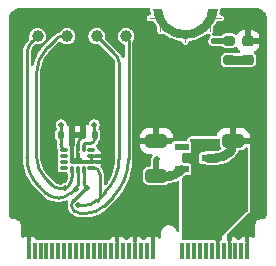
<source format=gbr>
%TF.GenerationSoftware,KiCad,Pcbnew,9.0.0*%
%TF.CreationDate,2025-05-23T15:56:35+04:00*%
%TF.ProjectId,02_01_sensor_IMU_LSM6DSO32,30325f30-315f-4736-956e-736f725f494d,rev?*%
%TF.SameCoordinates,Original*%
%TF.FileFunction,Copper,L1,Top*%
%TF.FilePolarity,Positive*%
%FSLAX46Y46*%
G04 Gerber Fmt 4.6, Leading zero omitted, Abs format (unit mm)*
G04 Created by KiCad (PCBNEW 9.0.0) date 2025-05-23 15:56:35*
%MOMM*%
%LPD*%
G01*
G04 APERTURE LIST*
G04 Aperture macros list*
%AMRoundRect*
0 Rectangle with rounded corners*
0 $1 Rounding radius*
0 $2 $3 $4 $5 $6 $7 $8 $9 X,Y pos of 4 corners*
0 Add a 4 corners polygon primitive as box body*
4,1,4,$2,$3,$4,$5,$6,$7,$8,$9,$2,$3,0*
0 Add four circle primitives for the rounded corners*
1,1,$1+$1,$2,$3*
1,1,$1+$1,$4,$5*
1,1,$1+$1,$6,$7*
1,1,$1+$1,$8,$9*
0 Add four rect primitives between the rounded corners*
20,1,$1+$1,$2,$3,$4,$5,0*
20,1,$1+$1,$4,$5,$6,$7,0*
20,1,$1+$1,$6,$7,$8,$9,0*
20,1,$1+$1,$8,$9,$2,$3,0*%
G04 Aperture macros list end*
%TA.AperFunction,EtchedComponent*%
%ADD10C,0.101600*%
%TD*%
%TA.AperFunction,EtchedComponent*%
%ADD11C,0.000000*%
%TD*%
%TA.AperFunction,SMDPad,CuDef*%
%ADD12R,0.350000X1.450000*%
%TD*%
%TA.AperFunction,ComponentPad*%
%ADD13C,0.454000*%
%TD*%
%TA.AperFunction,SMDPad,CuDef*%
%ADD14C,1.000000*%
%TD*%
%TA.AperFunction,SMDPad,CuDef*%
%ADD15RoundRect,0.250000X0.650000X-0.325000X0.650000X0.325000X-0.650000X0.325000X-0.650000X-0.325000X0*%
%TD*%
%TA.AperFunction,SMDPad,CuDef*%
%ADD16RoundRect,0.200000X-0.275000X0.200000X-0.275000X-0.200000X0.275000X-0.200000X0.275000X0.200000X0*%
%TD*%
%TA.AperFunction,SMDPad,CuDef*%
%ADD17RoundRect,0.140000X0.140000X0.170000X-0.140000X0.170000X-0.140000X-0.170000X0.140000X-0.170000X0*%
%TD*%
%TA.AperFunction,SMDPad,CuDef*%
%ADD18RoundRect,0.140000X-0.140000X-0.170000X0.140000X-0.170000X0.140000X0.170000X-0.140000X0.170000X0*%
%TD*%
%TA.AperFunction,SMDPad,CuDef*%
%ADD19R,1.200000X0.600000*%
%TD*%
%TA.AperFunction,SMDPad,CuDef*%
%ADD20RoundRect,0.218750X-0.256250X0.218750X-0.256250X-0.218750X0.256250X-0.218750X0.256250X0.218750X0*%
%TD*%
%TA.AperFunction,SMDPad,CuDef*%
%ADD21RoundRect,0.087500X0.225000X0.087500X-0.225000X0.087500X-0.225000X-0.087500X0.225000X-0.087500X0*%
%TD*%
%TA.AperFunction,SMDPad,CuDef*%
%ADD22RoundRect,0.087500X0.087500X0.225000X-0.087500X0.225000X-0.087500X-0.225000X0.087500X-0.225000X0*%
%TD*%
%TA.AperFunction,ViaPad*%
%ADD23C,0.500000*%
%TD*%
%TA.AperFunction,ViaPad*%
%ADD24C,0.700000*%
%TD*%
%TA.AperFunction,Conductor*%
%ADD25C,0.250000*%
%TD*%
%TA.AperFunction,Conductor*%
%ADD26C,0.750000*%
%TD*%
%TA.AperFunction,Conductor*%
%ADD27C,0.500000*%
%TD*%
%TA.AperFunction,Conductor*%
%ADD28C,0.350000*%
%TD*%
G04 APERTURE END LIST*
D10*
%TO.C,J1*%
X150401100Y-93275000D02*
X149501100Y-93275000D01*
X150401100Y-93275000D02*
X150401100Y-94375000D01*
X152501100Y-94575000D02*
X152501100Y-95275000D01*
X154601100Y-93275000D02*
X154601100Y-94375000D01*
X154601100Y-93275000D02*
X155501100Y-93275000D01*
D11*
%TA.AperFunction,EtchedComponent*%
G36*
X150589520Y-92813173D02*
G01*
X150672547Y-93091787D01*
X150798137Y-93353983D01*
X150963197Y-93593304D01*
X151163663Y-93803858D01*
X151394599Y-93980460D01*
X151650318Y-94118761D01*
X151924524Y-94215356D01*
X152501100Y-94275000D01*
X152791735Y-94267867D01*
X153077676Y-94215356D01*
X153351882Y-94118761D01*
X153607601Y-93980460D01*
X153838537Y-93803858D01*
X154039003Y-93593304D01*
X154204063Y-93353983D01*
X154329653Y-93091787D01*
X154451100Y-92525000D01*
X155251100Y-92525000D01*
X155188052Y-92888935D01*
X155077551Y-93241374D01*
X154921527Y-93576158D01*
X154722708Y-93887436D01*
X154484567Y-94169770D01*
X154211266Y-94418226D01*
X153907580Y-94628461D01*
X153578818Y-94796803D01*
X153230723Y-94920309D01*
X152869379Y-94996820D01*
X152501100Y-95025000D01*
X152131911Y-94999373D01*
X151769434Y-94924760D01*
X151420137Y-94802494D01*
X151090257Y-94634756D01*
X150785681Y-94424540D01*
X150511846Y-94175599D01*
X150273640Y-93892377D01*
X150075315Y-93579928D01*
X149920411Y-93243831D01*
X149751100Y-92525000D01*
X150551100Y-92525000D01*
X150589520Y-92813173D01*
G37*
%TD.AperFunction*%
%TD*%
D12*
%TO.P,J1,1,GND*%
%TO.N,GND*%
X157751100Y-113000000D03*
%TO.P,J1,3,USB_D+*%
%TO.N,/USB_D+*%
X157251100Y-113000000D03*
%TO.P,J1,5,USB_D-*%
%TO.N,/USB_D-*%
X156751100Y-113000000D03*
%TO.P,J1,7,GND*%
%TO.N,GND*%
X156251100Y-113000000D03*
%TO.P,J1,9,USB_VIN*%
%TO.N,/V_USB*%
X155751100Y-113000000D03*
%TO.P,J1,11,~{BOOT}*%
%TO.N,VIN*%
X155251100Y-113000000D03*
%TO.P,J1,13,RTS1*%
%TO.N,/UART_RTS1*%
X154751100Y-113000000D03*
%TO.P,J1,15,CTS1*%
%TO.N,/UART_CTS1*%
X154251100Y-113000000D03*
%TO.P,J1,17,TX1*%
%TO.N,LSM6DSO32TR_TX*%
X153751100Y-113000000D03*
%TO.P,J1,19,RX1*%
%TO.N,LSM6DSO32TR_RX*%
X153251100Y-113000000D03*
%TO.P,J1,21,SWDCK*%
%TO.N,/SWDCK*%
X152751100Y-113000000D03*
%TO.P,J1,23,SWDIO*%
%TO.N,/SWDIO*%
X152251100Y-113000000D03*
%TO.P,J1,33,GND*%
%TO.N,GND*%
X149751100Y-113000000D03*
%TO.P,J1,35,USBHOST_D+*%
%TO.N,/USBHOST_D+*%
X149251100Y-113000000D03*
%TO.P,J1,37,USBHOST_D-*%
%TO.N,/USBHOST_D-*%
X148751100Y-113000000D03*
%TO.P,J1,39,GND*%
%TO.N,GND*%
X148251100Y-113000000D03*
%TO.P,J1,41,CAN-RX*%
%TO.N,/CAN-RX*%
X147751100Y-113000000D03*
%TO.P,J1,43,CAN-TX*%
%TO.N,/CAN-TX*%
X147251100Y-113000000D03*
%TO.P,J1,45,GND*%
%TO.N,GND*%
X146751100Y-113000000D03*
%TO.P,J1,47,PWM1*%
%TO.N,/PWM1*%
X146251100Y-113000000D03*
%TO.P,J1,49,BATT_VIN/3*%
%TO.N,/BATT_VIN*%
X145751100Y-113000000D03*
%TO.P,J1,51,I2C_SDA1*%
%TO.N,/I2C_SDA1*%
X145251100Y-113000000D03*
%TO.P,J1,53,I2C_SCL1*%
%TO.N,/I2C_SCL1*%
X144751100Y-113000000D03*
%TO.P,J1,55,SPI_~{CS}*%
%TO.N,/~{SPI_CS}*%
X144251100Y-113000000D03*
%TO.P,J1,57,SPI_SCK*%
%TO.N,/SPI_SCK*%
X143751100Y-113000000D03*
%TO.P,J1,59,SPI_SDO*%
%TO.N,/SPI_COPI-LED_DAT*%
X143251100Y-113000000D03*
%TO.P,J1,61,SPI_SDI*%
%TO.N,/SPI_CIPO-LED_CLK*%
X142751100Y-113000000D03*
%TO.P,J1,63,G10/ADC_D+/CAM_VSYNC*%
%TO.N,/G10-CAM_VSYNC*%
X142251100Y-113000000D03*
%TO.P,J1,65,G9/ADC_D-/CAM_HSYNC*%
%TO.N,/G9-CAM_HSYNC*%
X141751100Y-113000000D03*
%TO.P,J1,67,G8*%
%TO.N,/G8*%
X141251100Y-113000000D03*
%TO.P,J1,69,G7/BUS7*%
%TO.N,/G7*%
X140751100Y-113000000D03*
%TO.P,J1,71,G6/BUS6*%
%TO.N,/G6*%
X140251100Y-113000000D03*
%TO.P,J1,73,G5/BUS5*%
%TO.N,/G5*%
X139751100Y-113000000D03*
%TO.P,J1,75,GND*%
%TO.N,GND*%
X139251100Y-113000000D03*
D13*
%TO.P,J1,GND1,GND*%
X150401100Y-93275000D03*
%TO.P,J1,GND2,GND*%
X152501100Y-94575000D03*
%TO.P,J1,GND3,GND*%
X154601100Y-93275000D03*
%TD*%
D14*
%TO.P,SCK1,1,1*%
%TO.N,LSM6DSO32TR_SCK*%
X140000000Y-94800000D03*
%TD*%
D15*
%TO.P,C3,1*%
%TO.N,VIN*%
X156562500Y-106625000D03*
%TO.P,C3,2*%
%TO.N,GND*%
X156562500Y-103675000D03*
%TD*%
D16*
%TO.P,R1,1*%
%TO.N,+3V3*%
X156200000Y-95175000D03*
%TO.P,R1,2*%
%TO.N,Net-(D1-A)*%
X156200000Y-96825000D03*
%TD*%
D17*
%TO.P,C2,1*%
%TO.N,+3V3*%
X144843897Y-103150000D03*
%TO.P,C2,2*%
%TO.N,GND*%
X143883897Y-103150000D03*
%TD*%
D18*
%TO.P,C1,1*%
%TO.N,+3V3*%
X141983897Y-103150000D03*
%TO.P,C1,2*%
%TO.N,GND*%
X142943897Y-103150000D03*
%TD*%
D14*
%TO.P,CS1,1,1*%
%TO.N,LSM6DSO32TR_CS*%
X142500000Y-94800000D03*
%TD*%
D15*
%TO.P,C4,1*%
%TO.N,+3V3*%
X150062500Y-106625000D03*
%TO.P,C4,2*%
%TO.N,GND*%
X150062500Y-103675000D03*
%TD*%
D14*
%TO.P,MOSI1,1,1*%
%TO.N,LSM6DSO32TR_MOSI*%
X147500000Y-94800000D03*
%TD*%
D19*
%TO.P,U2,1,VIN*%
%TO.N,VIN*%
X154510319Y-106082470D03*
%TO.P,U2,2,GND*%
%TO.N,GND*%
X154510319Y-105132508D03*
%TO.P,U2,3,EN*%
%TO.N,VIN*%
X154510319Y-104182546D03*
%TO.P,U2,4,NC*%
%TO.N,unconnected-(U2-NC-Pad4)*%
X152210345Y-104182546D03*
%TO.P,U2,5,VOUT*%
%TO.N,+3V3*%
X152210345Y-106082470D03*
%TD*%
D20*
%TO.P,D1,1,K*%
%TO.N,GND*%
X157800000Y-95212500D03*
%TO.P,D1,2,A*%
%TO.N,Net-(D1-A)*%
X157800000Y-96787500D03*
%TD*%
D21*
%TO.P,U1,1,SDO/SA0*%
%TO.N,LSM6DSO32TR_MISO*%
X144562500Y-105950000D03*
%TO.P,U1,2,SDx*%
%TO.N,GND*%
X144562500Y-105450000D03*
%TO.P,U1,3,SCx*%
X144562500Y-104950000D03*
%TO.P,U1,4,INT1*%
%TO.N,LSM6DSO32TR_INT1*%
X144562500Y-104450000D03*
D22*
%TO.P,U1,5,VDDIO*%
%TO.N,+3V3*%
X143900000Y-104287500D03*
%TO.P,U1,6,GND*%
%TO.N,GND*%
X143400000Y-104287500D03*
%TO.P,U1,7,GND*%
X142900000Y-104287500D03*
D21*
%TO.P,U1,8,VDD*%
%TO.N,+3V3*%
X142237500Y-104450000D03*
%TO.P,U1,9,INT2*%
%TO.N,LSM6DSO32TR_INT2*%
X142237500Y-104950000D03*
%TO.P,U1,10,NC*%
%TO.N,unconnected-(U1-NC-Pad10)*%
X142237500Y-105450000D03*
%TO.P,U1,11,NC*%
%TO.N,unconnected-(U1-NC-Pad11)*%
X142237500Y-105950000D03*
D22*
%TO.P,U1,12,CS*%
%TO.N,LSM6DSO32TR_CS*%
X142900000Y-106112500D03*
%TO.P,U1,13,SCL*%
%TO.N,LSM6DSO32TR_SCK*%
X143400000Y-106112500D03*
%TO.P,U1,14,SDA*%
%TO.N,LSM6DSO32TR_MOSI*%
X143900000Y-106112500D03*
%TD*%
D14*
%TO.P,MISO1,1,1*%
%TO.N,LSM6DSO32TR_MISO*%
X145000000Y-94800000D03*
%TD*%
D23*
%TO.N,LSM6DSO32TR_CS*%
X142357310Y-107693413D03*
D24*
%TO.N,GND*%
X149900000Y-99700000D03*
X147800000Y-110400000D03*
X146800000Y-110400000D03*
X151900000Y-101700000D03*
X157000000Y-100700000D03*
X149900000Y-100700000D03*
X149900000Y-101700000D03*
X148800000Y-108400000D03*
X150900000Y-101700000D03*
X147800000Y-109400000D03*
X157000000Y-99700000D03*
X156000000Y-99700000D03*
X148800000Y-110400000D03*
X157000000Y-101700000D03*
X148800000Y-109400000D03*
X156000000Y-100700000D03*
X150900000Y-100700000D03*
X155000000Y-99700000D03*
D23*
%TO.N,+3V3*%
X154900000Y-95200000D03*
X144800000Y-102300000D03*
X150100000Y-105200000D03*
X142000000Y-102300000D03*
%TO.N,LSM6DSO32TR_MISO*%
X143439604Y-109125707D03*
%TO.N,LSM6DSO32TR_SCK*%
X143232672Y-107704877D03*
%TO.N,LSM6DSO32TR_MOSI*%
X144200000Y-107700000D03*
%TD*%
D25*
%TO.N,LSM6DSO32TR_CS*%
X141925361Y-107700000D02*
X142346065Y-107700000D01*
X142357310Y-107693413D02*
X142354016Y-107696706D01*
X139900000Y-104968629D02*
X139900000Y-98043502D01*
X140850000Y-95750000D02*
X141552512Y-95047487D01*
X142900000Y-106766983D02*
X142900000Y-106212446D01*
X140700000Y-106900000D02*
X141199223Y-107399223D01*
X142150000Y-94800000D02*
X142500000Y-94800000D01*
X142357310Y-107693413D02*
X142628655Y-107422068D01*
X141925361Y-107700000D02*
G75*
G02*
X141199245Y-107399201I39J1026900D01*
G01*
X142628655Y-107422068D02*
G75*
G03*
X142899997Y-106766983I-655055J655068D01*
G01*
X140850000Y-95750000D02*
G75*
G03*
X139900001Y-98043502I2293500J-2293500D01*
G01*
X142354016Y-107696706D02*
G75*
G02*
X142346065Y-107699959I-7916J8006D01*
G01*
X142150000Y-94800000D02*
G75*
G03*
X141552507Y-95047482I0J-845000D01*
G01*
X140700000Y-106900000D02*
G75*
G02*
X139899988Y-104968629I1931400J1931400D01*
G01*
D26*
%TO.N,GND*%
X155111459Y-105100000D02*
X154437500Y-105100000D01*
X156137499Y-104674999D02*
X156359206Y-104453293D01*
D25*
X143757490Y-103276406D02*
X143631083Y-103402813D01*
X142900000Y-103224936D02*
X142900000Y-104287500D01*
X144562500Y-104950000D02*
X144562500Y-105450000D01*
D27*
X142974936Y-103150000D02*
X143705130Y-103150000D01*
D26*
X156562500Y-103962500D02*
X156562500Y-103675000D01*
D25*
X143400000Y-103960698D02*
X143400000Y-104287500D01*
X143631083Y-103402813D02*
G75*
G03*
X143400007Y-103960698I557917J-557887D01*
G01*
D27*
X142974936Y-103150000D02*
G75*
G03*
X142921938Y-103171938I-36J-74900D01*
G01*
D25*
X142900000Y-103224936D02*
G75*
G02*
X142921938Y-103171938I74900J36D01*
G01*
D26*
X156137499Y-104674999D02*
G75*
G02*
X155111459Y-105099982I-1025999J1025999D01*
G01*
X156359206Y-104453293D02*
G75*
G03*
X156562495Y-103962500I-490806J490793D01*
G01*
D25*
X143757490Y-103276406D02*
G75*
G03*
X143705130Y-103149898I-52390J52406D01*
G01*
D27*
%TO.N,+3V3*%
X150100000Y-105200000D02*
X150081250Y-105218750D01*
X154942677Y-95225000D02*
X156200000Y-95225000D01*
D25*
X144843897Y-103542720D02*
X144843897Y-103150000D01*
X142100698Y-104313198D02*
X142237500Y-104450000D01*
D27*
X154912500Y-95212500D02*
X154900000Y-95200000D01*
D25*
X144800000Y-102300000D02*
X144800000Y-103106103D01*
D26*
X150062500Y-106625000D02*
X151180913Y-106625000D01*
D25*
X144113390Y-103850000D02*
X144536617Y-103850000D01*
X141983897Y-103135857D02*
X141983897Y-102316103D01*
D26*
X151875000Y-106337500D02*
X152162500Y-106050000D01*
D25*
X141963897Y-103184142D02*
X141963897Y-103982930D01*
D27*
X150062500Y-106625000D02*
X150062500Y-105264016D01*
D25*
X143900000Y-104063390D02*
X143900000Y-104287500D01*
X141973897Y-103160000D02*
G75*
G03*
X141983880Y-103135857I-24097J24100D01*
G01*
X144536617Y-103850000D02*
G75*
G03*
X144753892Y-103759995I-17J307300D01*
G01*
D26*
X151875000Y-106337500D02*
G75*
G02*
X151180913Y-106625006I-694100J694100D01*
G01*
D27*
X150062500Y-105264016D02*
G75*
G02*
X150081245Y-105218745I64000J16D01*
G01*
D25*
X144843897Y-103542720D02*
G75*
G02*
X144753890Y-103759993I-307297J20D01*
G01*
X144113390Y-103850000D02*
G75*
G03*
X143962503Y-103912503I10J-213400D01*
G01*
D27*
X154912500Y-95212500D02*
G75*
G03*
X154942677Y-95225009I30200J30200D01*
G01*
D25*
X141973897Y-103160000D02*
G75*
G03*
X141963915Y-103184142I24103J-24100D01*
G01*
X142100698Y-104313198D02*
G75*
G02*
X141963885Y-103982930I330302J330298D01*
G01*
X143900000Y-104063390D02*
G75*
G02*
X143962503Y-103912503I213400J-10D01*
G01*
%TO.N,LSM6DSO32TR_MISO*%
X146500000Y-96300000D02*
X146550000Y-96350000D01*
X146450000Y-96250000D02*
X146500000Y-96300000D01*
X146450000Y-96250000D02*
X146400000Y-96200000D01*
X146550000Y-96350000D02*
X146650000Y-96450000D01*
X144013897Y-109125707D02*
X143439604Y-109125707D01*
X145113929Y-106100032D02*
X145070719Y-106056822D01*
X144812981Y-105950064D02*
X144662002Y-105950064D01*
X145263897Y-106462086D02*
X145263897Y-108450000D01*
X146650000Y-96450000D02*
X146550000Y-96350000D01*
X146700000Y-96500000D02*
X146650000Y-96450000D01*
X146500000Y-96300000D02*
X146550000Y-96350000D01*
X146900000Y-105179200D02*
X146900000Y-96982842D01*
X146450000Y-96250000D02*
X145000000Y-94800000D01*
X146450000Y-96250000D02*
X146500000Y-96300000D01*
X144994276Y-108719620D02*
X145744094Y-107969801D01*
X146700000Y-96500000D02*
G75*
G02*
X146899982Y-96982842I-482800J-482800D01*
G01*
X145113929Y-106100032D02*
G75*
G02*
X145263914Y-106462086I-362029J-362068D01*
G01*
X144994276Y-108719620D02*
G75*
G02*
X144013897Y-109125692I-980376J980420D01*
G01*
X146450000Y-96250000D02*
X146450000Y-96250000D01*
X146900000Y-105179200D02*
G75*
G02*
X145744093Y-107969800I-3946500J0D01*
G01*
X144812981Y-105950064D02*
G75*
G02*
X145070736Y-106056805I19J-364536D01*
G01*
X146550000Y-96350000D02*
X146550000Y-96350000D01*
X146500000Y-96300000D02*
X146500000Y-96300000D01*
%TO.N,LSM6DSO32TR_SCK*%
X143316399Y-107621149D02*
X143232672Y-107704877D01*
X141801660Y-108500000D02*
X141731948Y-108500000D01*
X143400127Y-107419013D02*
X143400127Y-106212446D01*
X140100000Y-107500000D02*
X140653144Y-108053144D01*
X139550000Y-95250000D02*
X140000000Y-94800000D01*
X142761458Y-108102438D02*
X143159020Y-107704877D01*
X139100000Y-96336396D02*
X139100000Y-105085786D01*
X143400127Y-107419013D02*
G75*
G02*
X143316385Y-107621135I-285827J13D01*
G01*
X139550000Y-95250000D02*
G75*
G03*
X139099998Y-96336396I1086400J-1086400D01*
G01*
X141801660Y-108500000D02*
G75*
G03*
X142761487Y-108102467I40J1357400D01*
G01*
X140100000Y-107500000D02*
G75*
G02*
X139100006Y-105085786I2414200J2414200D01*
G01*
X140653144Y-108053144D02*
G75*
G03*
X141731948Y-108500024I1078856J1078844D01*
G01*
%TO.N,LSM6DSO32TR_MOSI*%
X147700000Y-95141421D02*
X147700000Y-105190811D01*
X144050000Y-107550000D02*
X144200000Y-107700000D01*
X144200000Y-107700000D02*
X144125361Y-107700000D01*
X143081948Y-109581948D02*
X143032567Y-109532567D01*
X143608371Y-109800000D02*
X144150000Y-109800000D01*
X147600000Y-94900000D02*
X147500000Y-94800000D01*
X143900000Y-107187867D02*
X143900000Y-106212446D01*
X145601040Y-109198959D02*
X146349999Y-108449999D01*
X143997945Y-107752777D02*
X143032567Y-108718155D01*
X146349999Y-108449999D02*
G75*
G03*
X147700003Y-105190811I-3259199J3259199D01*
G01*
X143997945Y-107752777D02*
G75*
G02*
X144125361Y-107699974I127455J-127423D01*
G01*
X144050000Y-107550000D02*
G75*
G02*
X143900013Y-107187867I362100J362100D01*
G01*
X147600000Y-94900000D02*
G75*
G02*
X147699991Y-95141421I-241400J-241400D01*
G01*
X145601040Y-109198959D02*
G75*
G02*
X144150000Y-109799994I-1451040J1451059D01*
G01*
X142863897Y-109125361D02*
G75*
G03*
X143032542Y-109532592I575903J-39D01*
G01*
X142863897Y-109125361D02*
G75*
G02*
X143032581Y-108718169I575903J-39D01*
G01*
X143608371Y-109800000D02*
G75*
G02*
X143081957Y-109581939I29J744500D01*
G01*
D26*
%TO.N,Net-(D1-A)*%
X157800000Y-96793750D02*
X157806250Y-96787500D01*
X157784911Y-96800000D02*
X156206250Y-96800000D01*
X157784911Y-96800000D02*
G75*
G03*
X157799986Y-96793736I-11J21300D01*
G01*
D28*
%TO.N,VIN*%
X153506932Y-104393067D02*
X153347487Y-104552512D01*
X154038908Y-106050000D02*
X154437500Y-106050000D01*
X153375000Y-105775000D02*
X153347487Y-105747487D01*
X154093750Y-104150000D02*
X154437500Y-104150000D01*
X153100000Y-105150000D02*
G75*
G03*
X153347482Y-105747492I845000J0D01*
G01*
X153375000Y-105775000D02*
G75*
G03*
X154038908Y-106049996I663900J663900D01*
G01*
X153347487Y-104552512D02*
G75*
G03*
X153100007Y-105150000I597513J-597488D01*
G01*
X153506932Y-104393067D02*
G75*
G02*
X154093750Y-104150039I586768J-586833D01*
G01*
%TD*%
%TA.AperFunction,Conductor*%
%TO.N,VIN*%
G36*
X155405039Y-103519685D02*
G01*
X155450794Y-103572489D01*
X155462000Y-103624000D01*
X155462000Y-104054269D01*
X155464853Y-104084699D01*
X155464853Y-104084701D01*
X155509706Y-104212880D01*
X155509707Y-104212882D01*
X155513559Y-104218101D01*
X155537598Y-104250673D01*
X155545790Y-104273104D01*
X155557976Y-104293642D01*
X155557558Y-104305324D01*
X155561568Y-104316302D01*
X155556333Y-104339598D01*
X155555481Y-104363467D01*
X155548813Y-104373068D01*
X155546252Y-104384472D01*
X155529251Y-104401242D01*
X155515631Y-104420859D01*
X155499913Y-104430184D01*
X155496512Y-104433540D01*
X155485278Y-104438868D01*
X155391037Y-104477902D01*
X155372531Y-104483914D01*
X155257928Y-104511426D01*
X155238709Y-104514470D01*
X155116091Y-104524117D01*
X155106363Y-104524499D01*
X155048680Y-104524498D01*
X155041597Y-104524498D01*
X155041596Y-104524498D01*
X155034012Y-104524498D01*
X155033980Y-104524500D01*
X154361734Y-104524500D01*
X154215365Y-104563719D01*
X154215362Y-104563720D01*
X154125860Y-104615395D01*
X154063860Y-104632008D01*
X153890566Y-104632008D01*
X153832089Y-104643639D01*
X153832088Y-104643640D01*
X153765766Y-104687955D01*
X153721451Y-104754277D01*
X153721450Y-104754278D01*
X153709819Y-104812755D01*
X153709819Y-105452260D01*
X153721450Y-105510737D01*
X153721451Y-105510738D01*
X153765766Y-105577060D01*
X153832088Y-105621375D01*
X153832089Y-105621376D01*
X153890566Y-105633007D01*
X153890569Y-105633008D01*
X153890571Y-105633008D01*
X154186826Y-105633008D01*
X154218916Y-105637232D01*
X154361734Y-105675500D01*
X154361736Y-105675500D01*
X155195748Y-105675500D01*
X155195992Y-105675482D01*
X155225252Y-105675484D01*
X155451439Y-105650004D01*
X155673350Y-105599359D01*
X155888196Y-105524185D01*
X156093274Y-105425428D01*
X156286004Y-105304330D01*
X156463963Y-105162413D01*
X156484786Y-105141588D01*
X156490860Y-105135514D01*
X156490863Y-105135514D01*
X156525276Y-105101099D01*
X156544438Y-105081938D01*
X156544439Y-105081939D01*
X156593851Y-105032528D01*
X156593851Y-105032526D01*
X156604057Y-105022321D01*
X156604063Y-105022314D01*
X156716736Y-104909642D01*
X156716741Y-104909640D01*
X156733428Y-104892951D01*
X156733443Y-104892943D01*
X156766154Y-104860230D01*
X156766155Y-104860231D01*
X156836807Y-104789577D01*
X156954266Y-104627905D01*
X157010160Y-104518204D01*
X157058134Y-104467409D01*
X157120645Y-104450500D01*
X157266770Y-104450500D01*
X157297199Y-104447646D01*
X157297201Y-104447646D01*
X157373752Y-104420859D01*
X157425382Y-104402793D01*
X157534650Y-104322150D01*
X157576230Y-104265811D01*
X157631877Y-104223560D01*
X157701533Y-104218101D01*
X157763083Y-104251168D01*
X157796984Y-104312262D01*
X157800000Y-104339444D01*
X157800000Y-109578755D01*
X157780315Y-109645794D01*
X157761619Y-109668451D01*
X155600000Y-111731815D01*
X155600000Y-111964053D01*
X155580315Y-112031092D01*
X155527511Y-112076847D01*
X155500194Y-112085670D01*
X155497869Y-112086132D01*
X155431547Y-112130447D01*
X155387232Y-112196769D01*
X155387231Y-112196770D01*
X155375600Y-112255247D01*
X155375600Y-112976000D01*
X155373049Y-112984685D01*
X155374338Y-112993647D01*
X155363359Y-113017687D01*
X155355915Y-113043039D01*
X155349074Y-113048966D01*
X155345313Y-113057203D01*
X155323078Y-113071492D01*
X155303111Y-113088794D01*
X155292596Y-113091081D01*
X155286535Y-113094977D01*
X155251600Y-113100000D01*
X155250600Y-113100000D01*
X155183561Y-113080315D01*
X155137806Y-113027511D01*
X155126600Y-112976000D01*
X155126600Y-112255249D01*
X155126599Y-112255247D01*
X155114968Y-112196770D01*
X155114967Y-112196769D01*
X155070652Y-112130447D01*
X155004330Y-112086132D01*
X155004329Y-112086131D01*
X154945852Y-112074500D01*
X154945848Y-112074500D01*
X154556352Y-112074500D01*
X154556351Y-112074500D01*
X154525288Y-112080678D01*
X154476912Y-112080678D01*
X154445849Y-112074500D01*
X154445848Y-112074500D01*
X154056352Y-112074500D01*
X154056351Y-112074500D01*
X154025288Y-112080678D01*
X153976912Y-112080678D01*
X153945849Y-112074500D01*
X153945848Y-112074500D01*
X153556352Y-112074500D01*
X153556351Y-112074500D01*
X153525288Y-112080678D01*
X153476912Y-112080678D01*
X153445849Y-112074500D01*
X153445848Y-112074500D01*
X153056352Y-112074500D01*
X153056351Y-112074500D01*
X153025288Y-112080678D01*
X152976912Y-112080678D01*
X152945849Y-112074500D01*
X152945848Y-112074500D01*
X152556352Y-112074500D01*
X152556351Y-112074500D01*
X152525288Y-112080678D01*
X152495114Y-112082915D01*
X152485920Y-112082470D01*
X152445848Y-112074500D01*
X152321014Y-112074500D01*
X152318014Y-112074355D01*
X152287726Y-112063848D01*
X152256961Y-112054815D01*
X152254931Y-112052472D01*
X152252003Y-112051457D01*
X152232195Y-112026234D01*
X152211206Y-112002011D01*
X152210452Y-111998546D01*
X152208850Y-111996506D01*
X152207955Y-111987069D01*
X152200000Y-111950500D01*
X152200000Y-106877742D01*
X152219685Y-106810703D01*
X152236319Y-106790061D01*
X152281939Y-106744441D01*
X152281940Y-106744440D01*
X152331352Y-106695029D01*
X152331352Y-106695027D01*
X152341556Y-106684824D01*
X152341564Y-106684815D01*
X152407092Y-106619288D01*
X152468416Y-106585804D01*
X152494773Y-106582970D01*
X152830095Y-106582970D01*
X152830096Y-106582969D01*
X152844913Y-106580022D01*
X152888574Y-106571338D01*
X152888574Y-106571337D01*
X152888576Y-106571337D01*
X152954897Y-106527022D01*
X152999212Y-106460701D01*
X152999212Y-106460699D01*
X152999213Y-106460699D01*
X153010844Y-106402222D01*
X153010845Y-106402220D01*
X153010845Y-105762719D01*
X153010844Y-105762717D01*
X152999213Y-105704240D01*
X152999212Y-105704239D01*
X152954897Y-105637917D01*
X152888575Y-105593602D01*
X152888574Y-105593601D01*
X152830097Y-105581970D01*
X152830093Y-105581970D01*
X152536073Y-105581970D01*
X152527614Y-105580269D01*
X152522309Y-105581204D01*
X152506607Y-105576045D01*
X152488147Y-105572334D01*
X152480889Y-105569292D01*
X152384634Y-105513719D01*
X152283806Y-105486702D01*
X152276074Y-105483462D01*
X152255207Y-105466503D01*
X152232246Y-105452508D01*
X152228501Y-105444800D01*
X152221852Y-105439396D01*
X152213465Y-105413846D01*
X152201717Y-105389661D01*
X152200417Y-105374094D01*
X152200062Y-105373012D01*
X152200262Y-105372240D01*
X152200000Y-105369098D01*
X152200000Y-104807046D01*
X152219685Y-104740007D01*
X152272489Y-104694252D01*
X152324000Y-104683046D01*
X152830095Y-104683046D01*
X152830096Y-104683045D01*
X152844913Y-104680098D01*
X152888574Y-104671414D01*
X152888574Y-104671413D01*
X152888576Y-104671413D01*
X152954897Y-104627098D01*
X152999212Y-104560777D01*
X152999212Y-104560775D01*
X152999213Y-104560775D01*
X153008575Y-104513705D01*
X153010845Y-104502294D01*
X153010845Y-103862798D01*
X153010845Y-103862795D01*
X153010844Y-103862793D01*
X152999213Y-103804316D01*
X152999212Y-103804315D01*
X152954898Y-103737994D01*
X152938596Y-103727102D01*
X152893792Y-103673489D01*
X152885085Y-103604164D01*
X152915240Y-103541137D01*
X152974683Y-103504418D01*
X153007488Y-103500000D01*
X155338000Y-103500000D01*
X155405039Y-103519685D01*
G37*
%TD.AperFunction*%
%TD*%
%TA.AperFunction,Conductor*%
%TO.N,GND*%
G36*
X149493888Y-92435802D02*
G01*
X149539643Y-92488606D01*
X149550846Y-92539258D01*
X149551073Y-92572114D01*
X149621536Y-92871271D01*
X149617746Y-92941038D01*
X149576838Y-92997680D01*
X149511801Y-93023214D01*
X149500839Y-93023700D01*
X149451111Y-93023700D01*
X149358749Y-93061958D01*
X149288058Y-93132649D01*
X149249800Y-93225011D01*
X149249800Y-93324988D01*
X149257750Y-93344181D01*
X149288058Y-93417350D01*
X149358750Y-93488042D01*
X149451113Y-93526300D01*
X149635438Y-93526300D01*
X149697636Y-93543028D01*
X149848942Y-93630758D01*
X149859394Y-93641761D01*
X149872847Y-93648798D01*
X149895638Y-93678716D01*
X149901808Y-93690045D01*
X149901815Y-93690056D01*
X150100140Y-94002505D01*
X150114799Y-94022507D01*
X150116374Y-94024655D01*
X150116377Y-94024660D01*
X150120693Y-94029790D01*
X150148783Y-94093764D01*
X150149800Y-94109610D01*
X150149800Y-94424988D01*
X150167692Y-94468182D01*
X150188058Y-94517350D01*
X150258750Y-94588042D01*
X150351113Y-94626300D01*
X150351115Y-94626300D01*
X150451085Y-94626300D01*
X150451087Y-94626300D01*
X150543450Y-94588042D01*
X150543452Y-94588039D01*
X150554436Y-94583490D01*
X150623906Y-94576021D01*
X150672325Y-94595997D01*
X150973526Y-94803884D01*
X150984141Y-94810207D01*
X150997091Y-94817922D01*
X150997100Y-94817927D01*
X150997114Y-94817935D01*
X151204498Y-94923386D01*
X151315282Y-94979718D01*
X151326994Y-94985673D01*
X151327004Y-94985677D01*
X151327016Y-94985683D01*
X151352243Y-94996455D01*
X151529895Y-95058639D01*
X151701541Y-95118721D01*
X151728002Y-95126040D01*
X152090479Y-95200653D01*
X152100226Y-95201988D01*
X152106519Y-95202851D01*
X152137137Y-95211141D01*
X152174001Y-95226410D01*
X152228405Y-95270251D01*
X152248167Y-95316780D01*
X152249799Y-95324984D01*
X152249800Y-95324986D01*
X152249800Y-95324987D01*
X152288058Y-95417350D01*
X152358750Y-95488042D01*
X152451113Y-95526300D01*
X152451115Y-95526300D01*
X152551085Y-95526300D01*
X152551087Y-95526300D01*
X152643450Y-95488042D01*
X152714142Y-95417350D01*
X152752400Y-95324987D01*
X152752400Y-95324979D01*
X152754030Y-95316786D01*
X152757710Y-95309748D01*
X152757994Y-95301812D01*
X152773671Y-95279231D01*
X152786412Y-95254873D01*
X152794328Y-95249480D01*
X152797842Y-95244420D01*
X152828196Y-95226410D01*
X152874850Y-95207085D01*
X152904696Y-95198903D01*
X152911948Y-95197863D01*
X153146763Y-95148143D01*
X153273279Y-95121355D01*
X153273289Y-95121353D01*
X153299422Y-95113985D01*
X153299427Y-95113983D01*
X153299439Y-95113980D01*
X153647534Y-94990474D01*
X153672479Y-94979718D01*
X154001241Y-94811376D01*
X154024549Y-94797424D01*
X154322366Y-94591251D01*
X154388689Y-94569278D01*
X154438303Y-94577798D01*
X154455112Y-94584404D01*
X154458750Y-94588042D01*
X154551113Y-94626300D01*
X154561710Y-94626300D01*
X154582869Y-94634616D01*
X154602073Y-94649523D01*
X154623610Y-94660788D01*
X154629175Y-94670561D01*
X154638062Y-94677459D01*
X154646158Y-94700381D01*
X154658186Y-94721502D01*
X154657584Y-94732732D01*
X154661331Y-94743340D01*
X154655748Y-94767000D01*
X154654449Y-94791272D01*
X154647374Y-94802500D01*
X154645288Y-94811343D01*
X154636386Y-94819938D01*
X154625193Y-94837704D01*
X154539510Y-94923387D01*
X154539509Y-94923389D01*
X154480200Y-95026114D01*
X154475030Y-95045411D01*
X154475030Y-95045412D01*
X154475030Y-95045413D01*
X154449500Y-95140691D01*
X154449500Y-95259309D01*
X154472224Y-95344114D01*
X154472223Y-95344114D01*
X154472224Y-95344116D01*
X154480200Y-95373885D01*
X154480199Y-95373885D01*
X154519997Y-95442815D01*
X154539511Y-95476614D01*
X154539514Y-95476617D01*
X154635882Y-95572987D01*
X154635884Y-95572988D01*
X154635886Y-95572990D01*
X154663710Y-95589054D01*
X154708994Y-95619321D01*
X154734313Y-95629816D01*
X154738613Y-95632299D01*
X154738614Y-95632299D01*
X154738619Y-95632302D01*
X154741576Y-95633526D01*
X154750907Y-95636695D01*
X154753283Y-95637679D01*
X154757046Y-95639239D01*
X154765829Y-95643572D01*
X154771816Y-95646052D01*
X154781027Y-95649181D01*
X154791644Y-95653581D01*
X154798679Y-95656498D01*
X154848517Y-95666431D01*
X154856340Y-95668257D01*
X154883368Y-95675500D01*
X154883370Y-95675500D01*
X154942434Y-95675500D01*
X155001744Y-95675532D01*
X155001864Y-95675500D01*
X155608448Y-95675500D01*
X155675487Y-95695185D01*
X155681329Y-95699179D01*
X155686653Y-95703046D01*
X155686655Y-95703047D01*
X155686658Y-95703050D01*
X155799694Y-95760645D01*
X155799698Y-95760647D01*
X155893475Y-95775499D01*
X155893481Y-95775500D01*
X156506518Y-95775499D01*
X156600304Y-95760646D01*
X156713342Y-95703050D01*
X156713343Y-95703048D01*
X156722037Y-95698619D01*
X156722953Y-95700417D01*
X156776984Y-95681136D01*
X156845039Y-95696956D01*
X156889611Y-95739836D01*
X156976114Y-95880080D01*
X157094922Y-95998888D01*
X157100417Y-96003233D01*
X157140795Y-96060254D01*
X157143935Y-96130053D01*
X157108840Y-96190469D01*
X157046653Y-96222321D01*
X157023508Y-96224500D01*
X155893482Y-96224500D01*
X155812519Y-96237323D01*
X155799696Y-96239354D01*
X155686658Y-96296950D01*
X155686657Y-96296951D01*
X155686652Y-96296954D01*
X155596954Y-96386652D01*
X155596951Y-96386657D01*
X155596950Y-96386658D01*
X155581257Y-96417457D01*
X155539352Y-96499698D01*
X155524500Y-96593475D01*
X155524500Y-97056517D01*
X155535292Y-97124657D01*
X155539354Y-97150304D01*
X155596950Y-97263342D01*
X155596952Y-97263344D01*
X155596954Y-97263347D01*
X155686652Y-97353045D01*
X155686654Y-97353046D01*
X155686658Y-97353050D01*
X155798332Y-97409951D01*
X155799698Y-97410647D01*
X155893475Y-97425499D01*
X155893481Y-97425500D01*
X156506518Y-97425499D01*
X156600304Y-97410646D01*
X156642757Y-97389014D01*
X156699052Y-97375500D01*
X157315196Y-97375500D01*
X157371490Y-97389015D01*
X157412582Y-97409952D01*
X157510749Y-97425500D01*
X157510754Y-97425500D01*
X158089251Y-97425500D01*
X158187417Y-97409952D01*
X158187418Y-97409951D01*
X158187420Y-97409951D01*
X158305751Y-97349658D01*
X158399658Y-97255751D01*
X158459951Y-97137420D01*
X158459951Y-97137418D01*
X158459952Y-97137417D01*
X158475500Y-97039251D01*
X158475500Y-96535748D01*
X158459952Y-96437582D01*
X158452189Y-96422346D01*
X158399658Y-96319249D01*
X158399654Y-96319245D01*
X158399653Y-96319243D01*
X158352622Y-96272212D01*
X158319137Y-96210889D01*
X158324121Y-96141197D01*
X158365993Y-96085264D01*
X158375207Y-96078992D01*
X158505078Y-95998887D01*
X158623885Y-95880080D01*
X158712091Y-95737077D01*
X158712093Y-95737072D01*
X158764942Y-95577583D01*
X158774999Y-95479150D01*
X158775000Y-95479137D01*
X158775000Y-95462500D01*
X157924000Y-95462500D01*
X157856961Y-95442815D01*
X157811206Y-95390011D01*
X157800000Y-95338500D01*
X157800000Y-95212500D01*
X157674000Y-95212500D01*
X157606961Y-95192815D01*
X157561206Y-95140011D01*
X157550000Y-95088500D01*
X157550000Y-94962500D01*
X158050000Y-94962500D01*
X158774999Y-94962500D01*
X158774999Y-94945864D01*
X158774998Y-94945847D01*
X158764943Y-94847416D01*
X158712093Y-94687927D01*
X158712091Y-94687922D01*
X158623885Y-94544919D01*
X158505080Y-94426114D01*
X158362077Y-94337908D01*
X158362072Y-94337906D01*
X158202583Y-94285057D01*
X158104150Y-94275000D01*
X158050000Y-94275000D01*
X158050000Y-94962500D01*
X157550000Y-94962500D01*
X157550000Y-94275000D01*
X157549999Y-94274999D01*
X157495864Y-94275000D01*
X157495847Y-94275001D01*
X157397415Y-94285057D01*
X157237927Y-94337906D01*
X157237922Y-94337908D01*
X157094919Y-94426114D01*
X156976113Y-94544920D01*
X156976110Y-94544924D01*
X156919271Y-94637075D01*
X156867323Y-94683800D01*
X156798361Y-94695021D01*
X156734279Y-94667178D01*
X156726052Y-94659659D01*
X156713347Y-94646954D01*
X156713344Y-94646952D01*
X156713342Y-94646950D01*
X156636517Y-94607805D01*
X156600301Y-94589352D01*
X156506524Y-94574500D01*
X155893482Y-94574500D01*
X155813366Y-94587189D01*
X155799696Y-94589354D01*
X155686658Y-94646950D01*
X155686657Y-94646951D01*
X155686652Y-94646954D01*
X155595426Y-94738181D01*
X155534103Y-94771666D01*
X155507745Y-94774500D01*
X155068936Y-94774500D01*
X155052555Y-94773413D01*
X155044593Y-94772351D01*
X154959309Y-94749500D01*
X154873129Y-94749500D01*
X154864973Y-94748413D01*
X154840258Y-94737432D01*
X154814315Y-94729815D01*
X154808808Y-94723460D01*
X154801121Y-94720045D01*
X154786264Y-94697442D01*
X154768560Y-94677011D01*
X154767363Y-94668687D01*
X154762743Y-94661659D01*
X154762464Y-94634616D01*
X154758616Y-94607853D01*
X154762109Y-94600202D01*
X154762023Y-94591793D01*
X154776407Y-94568895D01*
X154787641Y-94544297D01*
X154793673Y-94537819D01*
X154798967Y-94532525D01*
X154814142Y-94517350D01*
X154852400Y-94424987D01*
X154852400Y-94097676D01*
X154872085Y-94030637D01*
X154879023Y-94020905D01*
X154879762Y-94019965D01*
X154879791Y-94019932D01*
X154895895Y-93998054D01*
X155094714Y-93686776D01*
X155099973Y-93677200D01*
X155149092Y-93628140D01*
X155307194Y-93541545D01*
X155335162Y-93535423D01*
X155362335Y-93526379D01*
X155366761Y-93526300D01*
X155551085Y-93526300D01*
X155551087Y-93526300D01*
X155643450Y-93488042D01*
X155714142Y-93417350D01*
X155752400Y-93324987D01*
X155752400Y-93225013D01*
X155714142Y-93132650D01*
X155643450Y-93061958D01*
X155626493Y-93054934D01*
X155551088Y-93023700D01*
X155551087Y-93023700D01*
X155520595Y-93023700D01*
X155453556Y-93004015D01*
X155407801Y-92951211D01*
X155397857Y-92882053D01*
X155398415Y-92878533D01*
X155419892Y-92754561D01*
X155453584Y-92560078D01*
X155453143Y-92543392D01*
X155471050Y-92475856D01*
X155522628Y-92428722D01*
X155577100Y-92416117D01*
X158493234Y-92416117D01*
X158506716Y-92416852D01*
X158537216Y-92420187D01*
X158653104Y-92432863D01*
X158673654Y-92436890D01*
X158811775Y-92476317D01*
X158831349Y-92483743D01*
X158947107Y-92539258D01*
X158960865Y-92545856D01*
X158978917Y-92556475D01*
X159067068Y-92618914D01*
X159096114Y-92639488D01*
X159096133Y-92639501D01*
X159112142Y-92653009D01*
X159213701Y-92754570D01*
X159227208Y-92770578D01*
X159310233Y-92887796D01*
X159320852Y-92905850D01*
X159382957Y-93035356D01*
X159390387Y-93054939D01*
X159429813Y-93193063D01*
X159433840Y-93213617D01*
X159449865Y-93360146D01*
X159450600Y-93373627D01*
X159450600Y-109755872D01*
X159449451Y-109772714D01*
X159435814Y-109872185D01*
X159429333Y-109898169D01*
X159396341Y-109987818D01*
X159384432Y-110011804D01*
X159379611Y-110019341D01*
X159332964Y-110092274D01*
X159316183Y-110113144D01*
X159248633Y-110180692D01*
X159227763Y-110197471D01*
X159147286Y-110248941D01*
X159123298Y-110260850D01*
X159033656Y-110293836D01*
X159007671Y-110300317D01*
X158906155Y-110314230D01*
X158892791Y-110315329D01*
X158872130Y-110315907D01*
X158864324Y-110317542D01*
X158838078Y-110319407D01*
X158838072Y-110319408D01*
X158723484Y-110352555D01*
X158618415Y-110409056D01*
X158618407Y-110409062D01*
X158527573Y-110486380D01*
X158455019Y-110581074D01*
X158455018Y-110581076D01*
X158403992Y-110688904D01*
X158388678Y-110754259D01*
X158376775Y-110805053D01*
X158376007Y-110844291D01*
X158375600Y-110844699D01*
X158375600Y-110865177D01*
X158375590Y-110865687D01*
X158375579Y-110866282D01*
X158375579Y-110866318D01*
X158375020Y-110896650D01*
X158375600Y-110900539D01*
X158375600Y-111739192D01*
X158355915Y-111806231D01*
X158303111Y-111851986D01*
X158233953Y-111861930D01*
X158177290Y-111838460D01*
X158168188Y-111831646D01*
X158168186Y-111831645D01*
X158033479Y-111781403D01*
X158033472Y-111781401D01*
X157973944Y-111775000D01*
X157926100Y-111775000D01*
X157926100Y-112876000D01*
X157923549Y-112884685D01*
X157924838Y-112893647D01*
X157913859Y-112917687D01*
X157906415Y-112943039D01*
X157899574Y-112948966D01*
X157895813Y-112957203D01*
X157873578Y-112971492D01*
X157853611Y-112988794D01*
X157843096Y-112991081D01*
X157837035Y-112994977D01*
X157802100Y-113000000D01*
X157750600Y-113000000D01*
X157683561Y-112980315D01*
X157637806Y-112927511D01*
X157626600Y-112876000D01*
X157626600Y-112255249D01*
X157626599Y-112255247D01*
X157614968Y-112196773D01*
X157614967Y-112196772D01*
X157614967Y-112196769D01*
X157596997Y-112169876D01*
X157576120Y-112103199D01*
X157576100Y-112100986D01*
X157576100Y-111775000D01*
X157528255Y-111775000D01*
X157468727Y-111781401D01*
X157468720Y-111781403D01*
X157334013Y-111831645D01*
X157334006Y-111831649D01*
X157218912Y-111917809D01*
X157137956Y-112025951D01*
X157115880Y-112042475D01*
X157096007Y-112061597D01*
X157086583Y-112064406D01*
X157082022Y-112067821D01*
X157062706Y-112073291D01*
X157056582Y-112074500D01*
X157056352Y-112074500D01*
X157025824Y-112080572D01*
X157025116Y-112080712D01*
X157024742Y-112080678D01*
X156976912Y-112080678D01*
X156939876Y-112073312D01*
X156940408Y-112070636D01*
X156886509Y-112048835D01*
X156864243Y-112025950D01*
X156783290Y-111917812D01*
X156783287Y-111917809D01*
X156668193Y-111831649D01*
X156668186Y-111831645D01*
X156533479Y-111781403D01*
X156533472Y-111781401D01*
X156473944Y-111775000D01*
X156426100Y-111775000D01*
X156426100Y-112100986D01*
X156423549Y-112109671D01*
X156424838Y-112118633D01*
X156408065Y-112162404D01*
X156406415Y-112168025D01*
X156405661Y-112168677D01*
X156405202Y-112169877D01*
X156387233Y-112196769D01*
X156387231Y-112196773D01*
X156375600Y-112255247D01*
X156375600Y-112876000D01*
X156373049Y-112884685D01*
X156374338Y-112893647D01*
X156363359Y-112917687D01*
X156355915Y-112943039D01*
X156349074Y-112948966D01*
X156345313Y-112957203D01*
X156323078Y-112971492D01*
X156303111Y-112988794D01*
X156292596Y-112991081D01*
X156286535Y-112994977D01*
X156251600Y-113000000D01*
X156250600Y-113000000D01*
X156183561Y-112980315D01*
X156137806Y-112927511D01*
X156126600Y-112876000D01*
X156126600Y-112255249D01*
X156126599Y-112255247D01*
X156114968Y-112196773D01*
X156114967Y-112196772D01*
X156114967Y-112196769D01*
X156096997Y-112169876D01*
X156093960Y-112160176D01*
X156087306Y-112152497D01*
X156083697Y-112127397D01*
X156076120Y-112103199D01*
X156076100Y-112100986D01*
X156076100Y-111775000D01*
X156056585Y-111755485D01*
X156023100Y-111694162D01*
X156028084Y-111624470D01*
X156058645Y-111578109D01*
X157903512Y-109817101D01*
X157920123Y-109799244D01*
X157938819Y-109776587D01*
X157977490Y-109703692D01*
X157997175Y-109636653D01*
X158005500Y-109578755D01*
X158005500Y-104339444D01*
X158004247Y-104316782D01*
X158001231Y-104289600D01*
X158000561Y-104287499D01*
X157987015Y-104245000D01*
X157976673Y-104212553D01*
X157969565Y-104199744D01*
X157954250Y-104131576D01*
X157954633Y-104126975D01*
X157962499Y-104049983D01*
X157962500Y-104049973D01*
X157962500Y-103925000D01*
X156686500Y-103925000D01*
X156619461Y-103905315D01*
X156573706Y-103852511D01*
X156562500Y-103801000D01*
X156562500Y-103675000D01*
X156436500Y-103675000D01*
X156369461Y-103655315D01*
X156323706Y-103602511D01*
X156312500Y-103551000D01*
X156312500Y-103425000D01*
X156812500Y-103425000D01*
X157962499Y-103425000D01*
X157962499Y-103300028D01*
X157962498Y-103300013D01*
X157952005Y-103197302D01*
X157896858Y-103030880D01*
X157896856Y-103030875D01*
X157804815Y-102881654D01*
X157680845Y-102757684D01*
X157531624Y-102665643D01*
X157531619Y-102665641D01*
X157365197Y-102610494D01*
X157365190Y-102610493D01*
X157262486Y-102600000D01*
X156812500Y-102600000D01*
X156812500Y-103425000D01*
X156312500Y-103425000D01*
X156312500Y-102600000D01*
X155862528Y-102600000D01*
X155862512Y-102600001D01*
X155759802Y-102610494D01*
X155593380Y-102665641D01*
X155593375Y-102665643D01*
X155444154Y-102757684D01*
X155320184Y-102881654D01*
X155228143Y-103030875D01*
X155228141Y-103030880D01*
X155170865Y-103203730D01*
X155169483Y-103203272D01*
X155139895Y-103257890D01*
X155078683Y-103291578D01*
X155051923Y-103294500D01*
X153007488Y-103294500D01*
X152980066Y-103296338D01*
X152960784Y-103298934D01*
X152947255Y-103300757D01*
X152866685Y-103329585D01*
X152866684Y-103329585D01*
X152866680Y-103329587D01*
X152807252Y-103366297D01*
X152786706Y-103380796D01*
X152786701Y-103380801D01*
X152729868Y-103452440D01*
X152729865Y-103452444D01*
X152699705Y-103515481D01*
X152690267Y-103538769D01*
X152687115Y-103570359D01*
X152660871Y-103635113D01*
X152603785Y-103675398D01*
X152563728Y-103682046D01*
X151590592Y-103682046D01*
X151532115Y-103693677D01*
X151532114Y-103693678D01*
X151465792Y-103737993D01*
X151421478Y-103804314D01*
X151417326Y-103825190D01*
X151384941Y-103887102D01*
X151324226Y-103921676D01*
X151295708Y-103925000D01*
X148662501Y-103925000D01*
X148662501Y-104049986D01*
X148672994Y-104152697D01*
X148728141Y-104319119D01*
X148728143Y-104319124D01*
X148820184Y-104468345D01*
X148944154Y-104592315D01*
X149093375Y-104684356D01*
X149093380Y-104684358D01*
X149259802Y-104739505D01*
X149259809Y-104739506D01*
X149362519Y-104749999D01*
X149616916Y-104749999D01*
X149622740Y-104751709D01*
X149628702Y-104750560D01*
X149655872Y-104761437D01*
X149683955Y-104769683D01*
X149687931Y-104774271D01*
X149693567Y-104776528D01*
X149710543Y-104800367D01*
X149729710Y-104822487D01*
X149730574Y-104828496D01*
X149734096Y-104833442D01*
X149735488Y-104862678D01*
X149739654Y-104891646D01*
X149737205Y-104898719D01*
X149737421Y-104903232D01*
X149724304Y-104935998D01*
X149709960Y-104960843D01*
X149705681Y-104967725D01*
X149670532Y-105020339D01*
X149631748Y-105114005D01*
X149619722Y-105174510D01*
X149619702Y-105174622D01*
X149618673Y-105179801D01*
X149612000Y-105204707D01*
X149612000Y-105213383D01*
X149611989Y-105213439D01*
X149611990Y-105218249D01*
X149611990Y-105218250D01*
X149612000Y-105263904D01*
X149612000Y-105725500D01*
X149592315Y-105792539D01*
X149539511Y-105838294D01*
X149488000Y-105849500D01*
X149358230Y-105849500D01*
X149327800Y-105852353D01*
X149327798Y-105852353D01*
X149199619Y-105897206D01*
X149199617Y-105897207D01*
X149090350Y-105977850D01*
X149009707Y-106087117D01*
X149009706Y-106087119D01*
X148964853Y-106215298D01*
X148964853Y-106215300D01*
X148962000Y-106245730D01*
X148962000Y-107004269D01*
X148964853Y-107034699D01*
X148964853Y-107034701D01*
X149000417Y-107136334D01*
X149009707Y-107162882D01*
X149090350Y-107272150D01*
X149199618Y-107352793D01*
X149223124Y-107361018D01*
X149327799Y-107397646D01*
X149358230Y-107400500D01*
X149358234Y-107400500D01*
X150766770Y-107400500D01*
X150797199Y-107397646D01*
X150797201Y-107397646D01*
X150875155Y-107370368D01*
X150925382Y-107352793D01*
X151034650Y-107272150D01*
X151050354Y-107250871D01*
X151105997Y-107208622D01*
X151150122Y-107200505D01*
X151180921Y-107200504D01*
X151180921Y-107200505D01*
X151282977Y-107200504D01*
X151485343Y-107173859D01*
X151682500Y-107121029D01*
X151823050Y-107062810D01*
X151892516Y-107055342D01*
X151954995Y-107086616D01*
X151990648Y-107146705D01*
X151994500Y-107177372D01*
X151994500Y-111246476D01*
X151974815Y-111313515D01*
X151922011Y-111359270D01*
X151852853Y-111369214D01*
X151789297Y-111340189D01*
X151751523Y-111281411D01*
X151749609Y-111274070D01*
X151743981Y-111249411D01*
X151680379Y-111117340D01*
X151667532Y-111101231D01*
X151654618Y-111085037D01*
X151588983Y-111002734D01*
X151523346Y-110950390D01*
X151474379Y-110911339D01*
X151474376Y-110911337D01*
X151342309Y-110847737D01*
X151342307Y-110847736D01*
X151342306Y-110847736D01*
X151297254Y-110837453D01*
X151199397Y-110815117D01*
X151199394Y-110815117D01*
X151052806Y-110815117D01*
X151052802Y-110815117D01*
X150909890Y-110847737D01*
X150777823Y-110911337D01*
X150777820Y-110911339D01*
X150663217Y-111002734D01*
X150571822Y-111117337D01*
X150571820Y-111117340D01*
X150508220Y-111249407D01*
X150475600Y-111392319D01*
X150475600Y-111814053D01*
X150455915Y-111881092D01*
X150403111Y-111926847D01*
X150333953Y-111936791D01*
X150277289Y-111913319D01*
X150168193Y-111831649D01*
X150168186Y-111831645D01*
X150033479Y-111781403D01*
X150033472Y-111781401D01*
X149973944Y-111775000D01*
X149926100Y-111775000D01*
X149926100Y-112876000D01*
X149923549Y-112884685D01*
X149924838Y-112893647D01*
X149913859Y-112917687D01*
X149906415Y-112943039D01*
X149899574Y-112948966D01*
X149895813Y-112957203D01*
X149873578Y-112971492D01*
X149853611Y-112988794D01*
X149843096Y-112991081D01*
X149837035Y-112994977D01*
X149802100Y-113000000D01*
X149750600Y-113000000D01*
X149683561Y-112980315D01*
X149637806Y-112927511D01*
X149626600Y-112876000D01*
X149626600Y-112255249D01*
X149626599Y-112255247D01*
X149614968Y-112196773D01*
X149614967Y-112196772D01*
X149614967Y-112196769D01*
X149596997Y-112169876D01*
X149576120Y-112103199D01*
X149576100Y-112100986D01*
X149576100Y-111775000D01*
X149528255Y-111775000D01*
X149468727Y-111781401D01*
X149468720Y-111781403D01*
X149334013Y-111831645D01*
X149334006Y-111831649D01*
X149218912Y-111917809D01*
X149137956Y-112025951D01*
X149115880Y-112042475D01*
X149096007Y-112061597D01*
X149086583Y-112064406D01*
X149082022Y-112067821D01*
X149062706Y-112073291D01*
X149056582Y-112074500D01*
X149056352Y-112074500D01*
X149025824Y-112080572D01*
X149025116Y-112080712D01*
X149024742Y-112080678D01*
X148976912Y-112080678D01*
X148939876Y-112073312D01*
X148940408Y-112070636D01*
X148886509Y-112048835D01*
X148864243Y-112025950D01*
X148783290Y-111917812D01*
X148783287Y-111917809D01*
X148668193Y-111831649D01*
X148668186Y-111831645D01*
X148533479Y-111781403D01*
X148533472Y-111781401D01*
X148473944Y-111775000D01*
X148426100Y-111775000D01*
X148426100Y-112100986D01*
X148423549Y-112109671D01*
X148424838Y-112118633D01*
X148408065Y-112162404D01*
X148406415Y-112168025D01*
X148405661Y-112168677D01*
X148405202Y-112169877D01*
X148387233Y-112196769D01*
X148387231Y-112196773D01*
X148375600Y-112255247D01*
X148375600Y-113051000D01*
X148373049Y-113059685D01*
X148374338Y-113068647D01*
X148363359Y-113092687D01*
X148355915Y-113118039D01*
X148349074Y-113123966D01*
X148345313Y-113132203D01*
X148323078Y-113146492D01*
X148303111Y-113163794D01*
X148292596Y-113166081D01*
X148286535Y-113169977D01*
X148251600Y-113175000D01*
X148250600Y-113175000D01*
X148183561Y-113155315D01*
X148137806Y-113102511D01*
X148126600Y-113051000D01*
X148126600Y-112255249D01*
X148126599Y-112255247D01*
X148114968Y-112196773D01*
X148114967Y-112196772D01*
X148114967Y-112196769D01*
X148096997Y-112169876D01*
X148093960Y-112160176D01*
X148087306Y-112152497D01*
X148083697Y-112127397D01*
X148076120Y-112103199D01*
X148076100Y-112100986D01*
X148076100Y-111775000D01*
X148028255Y-111775000D01*
X147968727Y-111781401D01*
X147968720Y-111781403D01*
X147834013Y-111831645D01*
X147834006Y-111831649D01*
X147718912Y-111917809D01*
X147637956Y-112025951D01*
X147615880Y-112042475D01*
X147596007Y-112061597D01*
X147586583Y-112064406D01*
X147582022Y-112067821D01*
X147562706Y-112073291D01*
X147556582Y-112074500D01*
X147556352Y-112074500D01*
X147525824Y-112080572D01*
X147525116Y-112080712D01*
X147524742Y-112080678D01*
X147476912Y-112080678D01*
X147439876Y-112073312D01*
X147440408Y-112070636D01*
X147386509Y-112048835D01*
X147364243Y-112025950D01*
X147283290Y-111917812D01*
X147283287Y-111917809D01*
X147168193Y-111831649D01*
X147168186Y-111831645D01*
X147033479Y-111781403D01*
X147033472Y-111781401D01*
X146973944Y-111775000D01*
X146926100Y-111775000D01*
X146926100Y-112100986D01*
X146923549Y-112109671D01*
X146924838Y-112118633D01*
X146908065Y-112162404D01*
X146906415Y-112168025D01*
X146905661Y-112168677D01*
X146905202Y-112169877D01*
X146887233Y-112196769D01*
X146887231Y-112196773D01*
X146875600Y-112255247D01*
X146875600Y-112876000D01*
X146873049Y-112884685D01*
X146874338Y-112893647D01*
X146863359Y-112917687D01*
X146855915Y-112943039D01*
X146849074Y-112948966D01*
X146845313Y-112957203D01*
X146823078Y-112971492D01*
X146803111Y-112988794D01*
X146792596Y-112991081D01*
X146786535Y-112994977D01*
X146751600Y-113000000D01*
X146750600Y-113000000D01*
X146683561Y-112980315D01*
X146637806Y-112927511D01*
X146626600Y-112876000D01*
X146626600Y-112255249D01*
X146626599Y-112255247D01*
X146614968Y-112196773D01*
X146614967Y-112196772D01*
X146614967Y-112196769D01*
X146596997Y-112169876D01*
X146593960Y-112160176D01*
X146587306Y-112152497D01*
X146583697Y-112127397D01*
X146576120Y-112103199D01*
X146576100Y-112100986D01*
X146576100Y-111775000D01*
X146528255Y-111775000D01*
X146468727Y-111781401D01*
X146468720Y-111781403D01*
X146334013Y-111831645D01*
X146334006Y-111831649D01*
X146218912Y-111917809D01*
X146137956Y-112025951D01*
X146115880Y-112042475D01*
X146096007Y-112061597D01*
X146086583Y-112064406D01*
X146082022Y-112067821D01*
X146062706Y-112073291D01*
X146056582Y-112074500D01*
X146056352Y-112074500D01*
X146025824Y-112080572D01*
X146025116Y-112080712D01*
X146024742Y-112080678D01*
X145976912Y-112080678D01*
X145945849Y-112074500D01*
X145945848Y-112074500D01*
X145556352Y-112074500D01*
X145556351Y-112074500D01*
X145525288Y-112080678D01*
X145476912Y-112080678D01*
X145445849Y-112074500D01*
X145445848Y-112074500D01*
X145056352Y-112074500D01*
X145056351Y-112074500D01*
X145025288Y-112080678D01*
X144976912Y-112080678D01*
X144945849Y-112074500D01*
X144945848Y-112074500D01*
X144556352Y-112074500D01*
X144556351Y-112074500D01*
X144525288Y-112080678D01*
X144476912Y-112080678D01*
X144445849Y-112074500D01*
X144445848Y-112074500D01*
X144056352Y-112074500D01*
X144056351Y-112074500D01*
X144025288Y-112080678D01*
X143976912Y-112080678D01*
X143945849Y-112074500D01*
X143945848Y-112074500D01*
X143556352Y-112074500D01*
X143556351Y-112074500D01*
X143525288Y-112080678D01*
X143476912Y-112080678D01*
X143445849Y-112074500D01*
X143445848Y-112074500D01*
X143056352Y-112074500D01*
X143056351Y-112074500D01*
X143025288Y-112080678D01*
X142976912Y-112080678D01*
X142945849Y-112074500D01*
X142945848Y-112074500D01*
X142556352Y-112074500D01*
X142556351Y-112074500D01*
X142525288Y-112080678D01*
X142476912Y-112080678D01*
X142445849Y-112074500D01*
X142445848Y-112074500D01*
X142056352Y-112074500D01*
X142056351Y-112074500D01*
X142025288Y-112080678D01*
X141976912Y-112080678D01*
X141945849Y-112074500D01*
X141945848Y-112074500D01*
X141556352Y-112074500D01*
X141556351Y-112074500D01*
X141525288Y-112080678D01*
X141476912Y-112080678D01*
X141445849Y-112074500D01*
X141445848Y-112074500D01*
X141056352Y-112074500D01*
X141056351Y-112074500D01*
X141025288Y-112080678D01*
X140976912Y-112080678D01*
X140945849Y-112074500D01*
X140945848Y-112074500D01*
X140556352Y-112074500D01*
X140556351Y-112074500D01*
X140525288Y-112080678D01*
X140476912Y-112080678D01*
X140445849Y-112074500D01*
X140445848Y-112074500D01*
X140056352Y-112074500D01*
X140056351Y-112074500D01*
X140025288Y-112080678D01*
X140017053Y-112080683D01*
X140012330Y-112082550D01*
X139977549Y-112080711D01*
X139977084Y-112080712D01*
X139976378Y-112080572D01*
X139945848Y-112074500D01*
X139945617Y-112074500D01*
X139939493Y-112073291D01*
X139913592Y-112059790D01*
X139886509Y-112048835D01*
X139880266Y-112042418D01*
X139877535Y-112040995D01*
X139875619Y-112037643D01*
X139864243Y-112025950D01*
X139783290Y-111917812D01*
X139783287Y-111917809D01*
X139668193Y-111831649D01*
X139668186Y-111831645D01*
X139533479Y-111781403D01*
X139533472Y-111781401D01*
X139473944Y-111775000D01*
X139426100Y-111775000D01*
X139426100Y-112100986D01*
X139406415Y-112168025D01*
X139405202Y-112169877D01*
X139387233Y-112196769D01*
X139387231Y-112196773D01*
X139375600Y-112255247D01*
X139375600Y-112876000D01*
X139373049Y-112884685D01*
X139374338Y-112893647D01*
X139363359Y-112917687D01*
X139355915Y-112943039D01*
X139349074Y-112948966D01*
X139345313Y-112957203D01*
X139323078Y-112971492D01*
X139303111Y-112988794D01*
X139292596Y-112991081D01*
X139286535Y-112994977D01*
X139251600Y-113000000D01*
X139200100Y-113000000D01*
X139133061Y-112980315D01*
X139087306Y-112927511D01*
X139076100Y-112876000D01*
X139076100Y-111775000D01*
X139028255Y-111775000D01*
X138968727Y-111781401D01*
X138968720Y-111781403D01*
X138834013Y-111831645D01*
X138834011Y-111831646D01*
X138824910Y-111838460D01*
X138759445Y-111862876D01*
X138691172Y-111848024D01*
X138641767Y-111798618D01*
X138626600Y-111739192D01*
X138626600Y-110881241D01*
X138627044Y-110880593D01*
X138626600Y-110864897D01*
X138626600Y-110844699D01*
X138626600Y-110826203D01*
X138625358Y-110820392D01*
X138624921Y-110804774D01*
X138596979Y-110689222D01*
X138545670Y-110581983D01*
X138473227Y-110487723D01*
X138382803Y-110410546D01*
X138278333Y-110353810D01*
X138278331Y-110353809D01*
X138278326Y-110353807D01*
X138164368Y-110319986D01*
X138164370Y-110319986D01*
X138164365Y-110319985D01*
X138164363Y-110319984D01*
X138164360Y-110319984D01*
X138138070Y-110317895D01*
X138137667Y-110317863D01*
X138119954Y-110316397D01*
X138118915Y-110315596D01*
X138105852Y-110315230D01*
X138102491Y-110314952D01*
X138101888Y-110314719D01*
X138095880Y-110314225D01*
X137994523Y-110300333D01*
X137968538Y-110293853D01*
X137878887Y-110260863D01*
X137854901Y-110248955D01*
X137774423Y-110197486D01*
X137753555Y-110180709D01*
X137685997Y-110113152D01*
X137669222Y-110092288D01*
X137617751Y-110011812D01*
X137605842Y-109987826D01*
X137572848Y-109898172D01*
X137566367Y-109872187D01*
X137563053Y-109848015D01*
X137554626Y-109786535D01*
X137552749Y-109772844D01*
X137551600Y-109756003D01*
X137551600Y-96214352D01*
X138774500Y-96214352D01*
X138774500Y-105135850D01*
X138774505Y-105135935D01*
X138774505Y-105249068D01*
X138802965Y-105574385D01*
X138859669Y-105895968D01*
X138859673Y-105895985D01*
X138944187Y-106211403D01*
X139055877Y-106518271D01*
X139055880Y-106518279D01*
X139193879Y-106814220D01*
X139193891Y-106814244D01*
X139243464Y-106900107D01*
X139357167Y-107097047D01*
X139357171Y-107097053D01*
X139357178Y-107097064D01*
X139544473Y-107364549D01*
X139754383Y-107614709D01*
X139835194Y-107695520D01*
X139835215Y-107695543D01*
X140259471Y-108119797D01*
X140395964Y-108256290D01*
X140422979Y-108283306D01*
X140422979Y-108283305D01*
X140453283Y-108313609D01*
X140453334Y-108313638D01*
X140481567Y-108341860D01*
X140508789Y-108369082D01*
X140508791Y-108369084D01*
X140508792Y-108369085D01*
X140665653Y-108489451D01*
X140701302Y-108516806D01*
X140911449Y-108638139D01*
X140911454Y-108638141D01*
X140911456Y-108638142D01*
X140939749Y-108649862D01*
X141135636Y-108731005D01*
X141370025Y-108793816D01*
X141610607Y-108825496D01*
X141689089Y-108825498D01*
X141689095Y-108825500D01*
X141731937Y-108825500D01*
X141783491Y-108825501D01*
X141783494Y-108825500D01*
X141801650Y-108825500D01*
X141844513Y-108825500D01*
X141852468Y-108825500D01*
X141853057Y-108825460D01*
X141911949Y-108825463D01*
X142130660Y-108796676D01*
X142343743Y-108739588D01*
X142411421Y-108711557D01*
X142480885Y-108704091D01*
X142543364Y-108735366D01*
X142579016Y-108795456D01*
X142576797Y-108864441D01*
X142560604Y-108914273D01*
X142560603Y-108914274D01*
X142538401Y-109054400D01*
X142538397Y-109125339D01*
X142538393Y-109186395D01*
X142538428Y-109186848D01*
X142538428Y-109196277D01*
X142560613Y-109336408D01*
X142604442Y-109471337D01*
X142604446Y-109471345D01*
X142668841Y-109597753D01*
X142668845Y-109597759D01*
X142668846Y-109597760D01*
X142752229Y-109712546D01*
X142772092Y-109732412D01*
X142772102Y-109732429D01*
X142802385Y-109762712D01*
X142802395Y-109762722D01*
X142845882Y-109806215D01*
X142845920Y-109806248D01*
X142887687Y-109848015D01*
X142887840Y-109848149D01*
X142911336Y-109871645D01*
X142911337Y-109871646D01*
X142947842Y-109898169D01*
X143047584Y-109970638D01*
X143197641Y-110047099D01*
X143357811Y-110099146D01*
X143524151Y-110125497D01*
X143565512Y-110125498D01*
X143565518Y-110125500D01*
X143608358Y-110125500D01*
X143659912Y-110125502D01*
X143659915Y-110125500D01*
X143669891Y-110125501D01*
X143669916Y-110125500D01*
X144200965Y-110125500D01*
X144201071Y-110125493D01*
X144283525Y-110125493D01*
X144283526Y-110125492D01*
X144419139Y-110110212D01*
X144548871Y-110095596D01*
X144548874Y-110095595D01*
X144548886Y-110095594D01*
X144809234Y-110036171D01*
X145061292Y-109947973D01*
X145301890Y-109832109D01*
X145528003Y-109690034D01*
X145528017Y-109690023D01*
X145736779Y-109523542D01*
X145736781Y-109523539D01*
X145736786Y-109523536D01*
X145792527Y-109467794D01*
X145792545Y-109467780D01*
X145800900Y-109459424D01*
X145800902Y-109459424D01*
X146610464Y-108649860D01*
X146610464Y-108649858D01*
X146617512Y-108642811D01*
X146617533Y-108642785D01*
X146717256Y-108543063D01*
X146969092Y-108248201D01*
X147197017Y-107934490D01*
X147399626Y-107603863D01*
X147575669Y-107258359D01*
X147724062Y-106900108D01*
X147843890Y-106531318D01*
X147934413Y-106154264D01*
X147995074Y-105771269D01*
X148025499Y-105384696D01*
X148025500Y-105190812D01*
X148025500Y-105139258D01*
X148025500Y-103300013D01*
X148662500Y-103300013D01*
X148662500Y-103425000D01*
X149812500Y-103425000D01*
X150312500Y-103425000D01*
X151462499Y-103425000D01*
X151462499Y-103300028D01*
X151462498Y-103300013D01*
X151452005Y-103197302D01*
X151396858Y-103030880D01*
X151396856Y-103030875D01*
X151304815Y-102881654D01*
X151180845Y-102757684D01*
X151031624Y-102665643D01*
X151031619Y-102665641D01*
X150865197Y-102610494D01*
X150865190Y-102610493D01*
X150762486Y-102600000D01*
X150312500Y-102600000D01*
X150312500Y-103425000D01*
X149812500Y-103425000D01*
X149812500Y-102600000D01*
X149362528Y-102600000D01*
X149362512Y-102600001D01*
X149259802Y-102610494D01*
X149093380Y-102665641D01*
X149093375Y-102665643D01*
X148944154Y-102757684D01*
X148820184Y-102881654D01*
X148728143Y-103030875D01*
X148728141Y-103030880D01*
X148672994Y-103197302D01*
X148672993Y-103197309D01*
X148662500Y-103300013D01*
X148025500Y-103300013D01*
X148025500Y-95312015D01*
X148045185Y-95244976D01*
X148046398Y-95243124D01*
X148120771Y-95131817D01*
X148120771Y-95131816D01*
X148120775Y-95131811D01*
X148173580Y-95004328D01*
X148189680Y-94923387D01*
X148200500Y-94868995D01*
X148200500Y-94731004D01*
X148173581Y-94595677D01*
X148173580Y-94595676D01*
X148173580Y-94595672D01*
X148168534Y-94583490D01*
X148120778Y-94468195D01*
X148120771Y-94468182D01*
X148044114Y-94353458D01*
X148044111Y-94353454D01*
X147946545Y-94255888D01*
X147946541Y-94255885D01*
X147831817Y-94179228D01*
X147831804Y-94179221D01*
X147704332Y-94126421D01*
X147704322Y-94126418D01*
X147568995Y-94099500D01*
X147568993Y-94099500D01*
X147431007Y-94099500D01*
X147431005Y-94099500D01*
X147295677Y-94126418D01*
X147295667Y-94126421D01*
X147168195Y-94179221D01*
X147168182Y-94179228D01*
X147053458Y-94255885D01*
X147053454Y-94255888D01*
X146955888Y-94353454D01*
X146955885Y-94353458D01*
X146879228Y-94468182D01*
X146879221Y-94468195D01*
X146826421Y-94595667D01*
X146826418Y-94595677D01*
X146799500Y-94731004D01*
X146799500Y-94731007D01*
X146799500Y-94868993D01*
X146799500Y-94868995D01*
X146799499Y-94868995D01*
X146826418Y-95004322D01*
X146826421Y-95004332D01*
X146879221Y-95131804D01*
X146879228Y-95131817D01*
X146955885Y-95246541D01*
X146955888Y-95246545D01*
X147053454Y-95344111D01*
X147053458Y-95344114D01*
X147168182Y-95420771D01*
X147168195Y-95420778D01*
X147221398Y-95442815D01*
X147295672Y-95473580D01*
X147295673Y-95473580D01*
X147297952Y-95474524D01*
X147352356Y-95518364D01*
X147374421Y-95584658D01*
X147374500Y-95589085D01*
X147374500Y-96516703D01*
X147354815Y-96583742D01*
X147302011Y-96629497D01*
X147232853Y-96639441D01*
X147169297Y-96610416D01*
X147140014Y-96572995D01*
X147079570Y-96454361D01*
X147056310Y-96422346D01*
X146986279Y-96325953D01*
X146930163Y-96269837D01*
X146917535Y-96257209D01*
X146917533Y-96257206D01*
X146642797Y-95982470D01*
X146642790Y-95982464D01*
X146632025Y-95971699D01*
X146599862Y-95939535D01*
X146599859Y-95939533D01*
X145718965Y-95058639D01*
X145685480Y-94997316D01*
X145685029Y-94946769D01*
X145700500Y-94868993D01*
X145700500Y-94731007D01*
X145700500Y-94731004D01*
X145673581Y-94595677D01*
X145673580Y-94595676D01*
X145673580Y-94595672D01*
X145668534Y-94583490D01*
X145620778Y-94468195D01*
X145620771Y-94468182D01*
X145544114Y-94353458D01*
X145544111Y-94353454D01*
X145446545Y-94255888D01*
X145446541Y-94255885D01*
X145331817Y-94179228D01*
X145331804Y-94179221D01*
X145204332Y-94126421D01*
X145204322Y-94126418D01*
X145068995Y-94099500D01*
X145068993Y-94099500D01*
X144931007Y-94099500D01*
X144931005Y-94099500D01*
X144795677Y-94126418D01*
X144795667Y-94126421D01*
X144668195Y-94179221D01*
X144668182Y-94179228D01*
X144553458Y-94255885D01*
X144553454Y-94255888D01*
X144455888Y-94353454D01*
X144455885Y-94353458D01*
X144379228Y-94468182D01*
X144379221Y-94468195D01*
X144326421Y-94595667D01*
X144326418Y-94595677D01*
X144299500Y-94731004D01*
X144299500Y-94731007D01*
X144299500Y-94868993D01*
X144299500Y-94868995D01*
X144299499Y-94868995D01*
X144326418Y-95004322D01*
X144326421Y-95004332D01*
X144379221Y-95131804D01*
X144379228Y-95131817D01*
X144455885Y-95246541D01*
X144455888Y-95246545D01*
X144553454Y-95344111D01*
X144553458Y-95344114D01*
X144668182Y-95420771D01*
X144668195Y-95420778D01*
X144721398Y-95442815D01*
X144795672Y-95473580D01*
X144795676Y-95473580D01*
X144795677Y-95473581D01*
X144931004Y-95500500D01*
X144931007Y-95500500D01*
X145068994Y-95500500D01*
X145081133Y-95498085D01*
X145146768Y-95485029D01*
X145216356Y-95491255D01*
X145258639Y-95518965D01*
X146139533Y-96399859D01*
X146139535Y-96399862D01*
X146167249Y-96427575D01*
X146182463Y-96442789D01*
X146182467Y-96442794D01*
X146457203Y-96717530D01*
X146457209Y-96717535D01*
X146464087Y-96724413D01*
X146474783Y-96736609D01*
X146516679Y-96791211D01*
X146532864Y-96819246D01*
X146556064Y-96875259D01*
X146564442Y-96906531D01*
X146573439Y-96974902D01*
X146574499Y-96991078D01*
X146574499Y-96997830D01*
X146574497Y-97034376D01*
X146574499Y-97034384D01*
X146574500Y-97044388D01*
X146574500Y-105176148D01*
X146574351Y-105182233D01*
X146557362Y-105528038D01*
X146556169Y-105540148D01*
X146505816Y-105879596D01*
X146503442Y-105891531D01*
X146420060Y-106224411D01*
X146416528Y-106236055D01*
X146300919Y-106559163D01*
X146296262Y-106570406D01*
X146149538Y-106880628D01*
X146143801Y-106891360D01*
X145967380Y-107185700D01*
X145960623Y-107195812D01*
X145812993Y-107394866D01*
X145757248Y-107436986D01*
X145687579Y-107442282D01*
X145626108Y-107409070D01*
X145592350Y-107347897D01*
X145589397Y-107320999D01*
X145589397Y-106513634D01*
X145589398Y-106513631D01*
X145589397Y-106513462D01*
X145589414Y-106513404D01*
X145589412Y-106453911D01*
X145589411Y-106396161D01*
X145568784Y-106265953D01*
X145528041Y-106140575D01*
X145468185Y-106023115D01*
X145468182Y-106023109D01*
X145390694Y-105916468D01*
X145390687Y-105916459D01*
X145361418Y-105887193D01*
X145327930Y-105825872D01*
X145332911Y-105756180D01*
X145334534Y-105752055D01*
X145359879Y-105690867D01*
X145368551Y-105625000D01*
X144988783Y-105625000D01*
X144938696Y-105614434D01*
X144854581Y-105577293D01*
X144830508Y-105574500D01*
X144294503Y-105574500D01*
X144294494Y-105574501D01*
X144270419Y-105577293D01*
X144270415Y-105577294D01*
X144186303Y-105614434D01*
X144176588Y-105616483D01*
X144171152Y-105619977D01*
X144136217Y-105625000D01*
X144132165Y-105625000D01*
X144082079Y-105614435D01*
X144054580Y-105602293D01*
X144030505Y-105599500D01*
X143769503Y-105599500D01*
X143769494Y-105599501D01*
X143745419Y-105602293D01*
X143745418Y-105602293D01*
X143700085Y-105622310D01*
X143630807Y-105631381D01*
X143599914Y-105622310D01*
X143554580Y-105602293D01*
X143530505Y-105599500D01*
X143269503Y-105599500D01*
X143269494Y-105599501D01*
X143245419Y-105602293D01*
X143245418Y-105602293D01*
X143200085Y-105622310D01*
X143130807Y-105631381D01*
X143099914Y-105622310D01*
X143054580Y-105602293D01*
X143030508Y-105599500D01*
X142874499Y-105599500D01*
X142807460Y-105579815D01*
X142761705Y-105527011D01*
X142750499Y-105475502D01*
X142750499Y-105319496D01*
X142747707Y-105295420D01*
X142727689Y-105250086D01*
X142718618Y-105180809D01*
X142727691Y-105149912D01*
X142747706Y-105104584D01*
X142747706Y-105104583D01*
X142747706Y-105104582D01*
X142747707Y-105104580D01*
X142750500Y-105080505D01*
X142750499Y-104819496D01*
X142747707Y-104795420D01*
X142735564Y-104767921D01*
X142733515Y-104758205D01*
X142730023Y-104752771D01*
X142725000Y-104717836D01*
X142725000Y-104682162D01*
X142735565Y-104632078D01*
X142747707Y-104604580D01*
X142750500Y-104580505D01*
X142750499Y-104319496D01*
X142747707Y-104295420D01*
X142735563Y-104267918D01*
X142725000Y-104217836D01*
X142725000Y-104108191D01*
X143075000Y-104108191D01*
X143075000Y-105093548D01*
X143133819Y-105085806D01*
X143166186Y-105085807D01*
X143224999Y-105093549D01*
X143225000Y-105093549D01*
X143225000Y-104411500D01*
X143227550Y-104402814D01*
X143226262Y-104393853D01*
X143237240Y-104369812D01*
X143244685Y-104344461D01*
X143251525Y-104338533D01*
X143255287Y-104330297D01*
X143277521Y-104316007D01*
X143297489Y-104298706D01*
X143308003Y-104296418D01*
X143314065Y-104292523D01*
X143349000Y-104287500D01*
X143400501Y-104287500D01*
X143467540Y-104307185D01*
X143513295Y-104359989D01*
X143524501Y-104411500D01*
X143524501Y-104555505D01*
X143527293Y-104579580D01*
X143527293Y-104579581D01*
X143538790Y-104605619D01*
X143560904Y-104655702D01*
X143564434Y-104663695D01*
X143575000Y-104713782D01*
X143575000Y-105093548D01*
X143623745Y-105087132D01*
X143692780Y-105097900D01*
X143745034Y-105144281D01*
X143763918Y-105211551D01*
X143762866Y-105226258D01*
X143756448Y-105274999D01*
X143756449Y-105275000D01*
X145368549Y-105275000D01*
X145368549Y-105274999D01*
X145360807Y-105216186D01*
X145360807Y-105183814D01*
X145368551Y-105125000D01*
X144686500Y-105125000D01*
X144677814Y-105122449D01*
X144668853Y-105123738D01*
X144644812Y-105112759D01*
X144619461Y-105105315D01*
X144613533Y-105098474D01*
X144605297Y-105094713D01*
X144591007Y-105072478D01*
X144573706Y-105052511D01*
X144571418Y-105041996D01*
X144567523Y-105035935D01*
X144562500Y-105001000D01*
X144562500Y-104949499D01*
X144582185Y-104882460D01*
X144634989Y-104836705D01*
X144686498Y-104825499D01*
X144830504Y-104825499D01*
X144854580Y-104822707D01*
X144878134Y-104812307D01*
X144938697Y-104785566D01*
X144988783Y-104775000D01*
X145368549Y-104775000D01*
X145368550Y-104774998D01*
X145359881Y-104709140D01*
X145359877Y-104709128D01*
X145300683Y-104566219D01*
X145300680Y-104566213D01*
X145206510Y-104443490D01*
X145206509Y-104443489D01*
X145120127Y-104377205D01*
X145087554Y-104339650D01*
X145075314Y-104317903D01*
X145072707Y-104295420D01*
X145029215Y-104196921D01*
X144978906Y-104146612D01*
X144970561Y-104131785D01*
X144966372Y-104113653D01*
X144957455Y-104097323D01*
X144958671Y-104080317D01*
X144954834Y-104063708D01*
X144961111Y-104046193D01*
X144962439Y-104027631D01*
X144974479Y-104008895D01*
X144978408Y-103997936D01*
X144984566Y-103993201D01*
X144990940Y-103983284D01*
X145008224Y-103966000D01*
X145020513Y-103953711D01*
X145020513Y-103953709D01*
X145028067Y-103946156D01*
X145028115Y-103946097D01*
X145028115Y-103946096D01*
X145028120Y-103946092D01*
X145097369Y-103842458D01*
X145145071Y-103727306D01*
X145159326Y-103655657D01*
X145191714Y-103593750D01*
X145193261Y-103592176D01*
X145225716Y-103559721D01*
X145267121Y-103518316D01*
X145317869Y-103409487D01*
X145324397Y-103359901D01*
X145324396Y-102940100D01*
X145317869Y-102890513D01*
X145267121Y-102781684D01*
X145191738Y-102706301D01*
X145158253Y-102644978D01*
X145163237Y-102575286D01*
X145172029Y-102556625D01*
X145219799Y-102473886D01*
X145250500Y-102359309D01*
X145250500Y-102240691D01*
X145219799Y-102126114D01*
X145160489Y-102023387D01*
X145076613Y-101939511D01*
X144973886Y-101880201D01*
X144859309Y-101849500D01*
X144740691Y-101849500D01*
X144626114Y-101880201D01*
X144626112Y-101880201D01*
X144626112Y-101880202D01*
X144523387Y-101939511D01*
X144523384Y-101939513D01*
X144439513Y-102023384D01*
X144439511Y-102023387D01*
X144380201Y-102126114D01*
X144349500Y-102240691D01*
X144349500Y-102240693D01*
X144349500Y-102242979D01*
X144348954Y-102244837D01*
X144348439Y-102248751D01*
X144347828Y-102248670D01*
X144329815Y-102310018D01*
X144277011Y-102355773D01*
X144207853Y-102365717D01*
X144190905Y-102362056D01*
X144133897Y-102345494D01*
X144133897Y-103026000D01*
X144114212Y-103093039D01*
X144061408Y-103138794D01*
X144009897Y-103150000D01*
X143883897Y-103150000D01*
X143883897Y-103276000D01*
X143864212Y-103343039D01*
X143811408Y-103388794D01*
X143759897Y-103400000D01*
X143193897Y-103400000D01*
X143193897Y-103966000D01*
X143174212Y-104033039D01*
X143134543Y-104071815D01*
X143075000Y-104108191D01*
X142725000Y-104108191D01*
X142725000Y-104085663D01*
X142696731Y-104033893D01*
X142693897Y-104007535D01*
X142693897Y-102392086D01*
X142558098Y-102373964D01*
X142549087Y-102369959D01*
X142539225Y-102369931D01*
X142517685Y-102356001D01*
X142494251Y-102345585D01*
X142494191Y-102345494D01*
X143193897Y-102345494D01*
X143193897Y-102900000D01*
X143633897Y-102900000D01*
X143633897Y-102345494D01*
X143633895Y-102345493D01*
X143487706Y-102387965D01*
X143487703Y-102387967D01*
X143477015Y-102394288D01*
X143409290Y-102411468D01*
X143350779Y-102394288D01*
X143340090Y-102387967D01*
X143340087Y-102387965D01*
X143193898Y-102345493D01*
X143193897Y-102345494D01*
X142494191Y-102345494D01*
X142488836Y-102337344D01*
X142480555Y-102331989D01*
X142469966Y-102308626D01*
X142455883Y-102287193D01*
X142455783Y-102277332D01*
X142451712Y-102268350D01*
X142450500Y-102251054D01*
X142450500Y-102240693D01*
X142450500Y-102240691D01*
X142419799Y-102126114D01*
X142360489Y-102023387D01*
X142276613Y-101939511D01*
X142173886Y-101880201D01*
X142059309Y-101849500D01*
X141940691Y-101849500D01*
X141826114Y-101880201D01*
X141826112Y-101880201D01*
X141826112Y-101880202D01*
X141723387Y-101939511D01*
X141723384Y-101939513D01*
X141639513Y-102023384D01*
X141639511Y-102023387D01*
X141580201Y-102126114D01*
X141549500Y-102240691D01*
X141549500Y-102359309D01*
X141580201Y-102473886D01*
X141638141Y-102574240D01*
X141654614Y-102642139D01*
X141631762Y-102708166D01*
X141618436Y-102723921D01*
X141560672Y-102781685D01*
X141509924Y-102890514D01*
X141503397Y-102940098D01*
X141503397Y-103359894D01*
X141503398Y-103359900D01*
X141509925Y-103409487D01*
X141509926Y-103409489D01*
X141509926Y-103409490D01*
X141560673Y-103518316D01*
X141602078Y-103559721D01*
X141635563Y-103621044D01*
X141638397Y-103647402D01*
X141638397Y-103922377D01*
X141638393Y-103931636D01*
X141638383Y-103931669D01*
X141638389Y-104061010D01*
X141668853Y-104214121D01*
X141668854Y-104214124D01*
X141685271Y-104253756D01*
X141711378Y-104316779D01*
X141715060Y-104325666D01*
X141724500Y-104373121D01*
X141724500Y-104580496D01*
X141724501Y-104580504D01*
X141727293Y-104604580D01*
X141747310Y-104649914D01*
X141756381Y-104719191D01*
X141747310Y-104750084D01*
X141727293Y-104795418D01*
X141724500Y-104819491D01*
X141724500Y-105080496D01*
X141724501Y-105080504D01*
X141727293Y-105104580D01*
X141747310Y-105149914D01*
X141756381Y-105219191D01*
X141747310Y-105250084D01*
X141727293Y-105295418D01*
X141724500Y-105319491D01*
X141724500Y-105580496D01*
X141724501Y-105580504D01*
X141727293Y-105604580D01*
X141747310Y-105649914D01*
X141756381Y-105719191D01*
X141747310Y-105750084D01*
X141727293Y-105795418D01*
X141724500Y-105819491D01*
X141724500Y-106080496D01*
X141724501Y-106080505D01*
X141727293Y-106104580D01*
X141727294Y-106104584D01*
X141770781Y-106203073D01*
X141770784Y-106203077D01*
X141770785Y-106203079D01*
X141846921Y-106279215D01*
X141945420Y-106322707D01*
X141969495Y-106325500D01*
X142411577Y-106325499D01*
X142429415Y-106330736D01*
X142448008Y-106330971D01*
X142462244Y-106340376D01*
X142478616Y-106345183D01*
X142490792Y-106359234D01*
X142506305Y-106369483D01*
X142523471Y-106396949D01*
X142524371Y-106397987D01*
X142525011Y-106399412D01*
X142563934Y-106487563D01*
X142574500Y-106537650D01*
X142574500Y-106707824D01*
X142574499Y-106707842D01*
X142574499Y-106760899D01*
X142573902Y-106773052D01*
X142564151Y-106872068D01*
X142559409Y-106895909D01*
X142532304Y-106985265D01*
X142523002Y-107007723D01*
X142478987Y-107090071D01*
X142465480Y-107110285D01*
X142402376Y-107187175D01*
X142394214Y-107196182D01*
X142383809Y-107206587D01*
X142322492Y-107240077D01*
X142306059Y-107241844D01*
X142306061Y-107241852D01*
X142298004Y-107242912D01*
X142277042Y-107248529D01*
X142183424Y-107273614D01*
X142183422Y-107273614D01*
X142183422Y-107273615D01*
X142080697Y-107332924D01*
X142080694Y-107332926D01*
X142075440Y-107338181D01*
X142048512Y-107352884D01*
X142022694Y-107369477D01*
X142016493Y-107370368D01*
X142014117Y-107371666D01*
X141987759Y-107374500D01*
X141931463Y-107374500D01*
X141919304Y-107373902D01*
X141800693Y-107362215D01*
X141776852Y-107357472D01*
X141668650Y-107324645D01*
X141646193Y-107315342D01*
X141546471Y-107262035D01*
X141526262Y-107248531D01*
X141433879Y-107172708D01*
X141424869Y-107164541D01*
X141407033Y-107146705D01*
X141392942Y-107132613D01*
X141392937Y-107132610D01*
X140932622Y-106672295D01*
X140927843Y-106667241D01*
X140755023Y-106473854D01*
X140746354Y-106462983D01*
X140725297Y-106433306D01*
X140598282Y-106254298D01*
X140590898Y-106242547D01*
X140467116Y-106018581D01*
X140461090Y-106006068D01*
X140363167Y-105769664D01*
X140358576Y-105756541D01*
X140343508Y-105704240D01*
X140287741Y-105510677D01*
X140284647Y-105497123D01*
X140280973Y-105475500D01*
X140241783Y-105244854D01*
X140240227Y-105231045D01*
X140239958Y-105226258D01*
X140225695Y-104972310D01*
X140225500Y-104965356D01*
X140225500Y-98046553D01*
X140225649Y-98040469D01*
X140227605Y-98000649D01*
X140239252Y-97763563D01*
X140240445Y-97751459D01*
X140280676Y-97480239D01*
X140283043Y-97468337D01*
X140349673Y-97202334D01*
X140353197Y-97190723D01*
X140445568Y-96932561D01*
X140450213Y-96921345D01*
X140567460Y-96673446D01*
X140573176Y-96662754D01*
X140714144Y-96427562D01*
X140720887Y-96417469D01*
X140884237Y-96197218D01*
X140891940Y-96187832D01*
X141078110Y-95982424D01*
X141082268Y-95978057D01*
X141778363Y-95281961D01*
X141787368Y-95273800D01*
X141805029Y-95259307D01*
X141808026Y-95256848D01*
X141872337Y-95229538D01*
X141941204Y-95241333D01*
X141974367Y-95265024D01*
X142053454Y-95344111D01*
X142053458Y-95344114D01*
X142168182Y-95420771D01*
X142168195Y-95420778D01*
X142221398Y-95442815D01*
X142295672Y-95473580D01*
X142295676Y-95473580D01*
X142295677Y-95473581D01*
X142431004Y-95500500D01*
X142431007Y-95500500D01*
X142568995Y-95500500D01*
X142676391Y-95479137D01*
X142704328Y-95473580D01*
X142831811Y-95420775D01*
X142946542Y-95344114D01*
X143044114Y-95246542D01*
X143120775Y-95131811D01*
X143173580Y-95004328D01*
X143189680Y-94923387D01*
X143200500Y-94868995D01*
X143200500Y-94731004D01*
X143173581Y-94595677D01*
X143173580Y-94595676D01*
X143173580Y-94595672D01*
X143168534Y-94583490D01*
X143120778Y-94468195D01*
X143120771Y-94468182D01*
X143044114Y-94353458D01*
X143044111Y-94353454D01*
X142946545Y-94255888D01*
X142946541Y-94255885D01*
X142831817Y-94179228D01*
X142831804Y-94179221D01*
X142704332Y-94126421D01*
X142704322Y-94126418D01*
X142568995Y-94099500D01*
X142568993Y-94099500D01*
X142431007Y-94099500D01*
X142431005Y-94099500D01*
X142295677Y-94126418D01*
X142295667Y-94126421D01*
X142168195Y-94179221D01*
X142168182Y-94179228D01*
X142053458Y-94255885D01*
X142053454Y-94255888D01*
X141955888Y-94353454D01*
X141955882Y-94353462D01*
X141875841Y-94473253D01*
X141874123Y-94472105D01*
X141831737Y-94515228D01*
X141809694Y-94524842D01*
X141700698Y-94560256D01*
X141536543Y-94643895D01*
X141387495Y-94752181D01*
X141387487Y-94752187D01*
X141355082Y-94784590D01*
X140731549Y-95408123D01*
X140731549Y-95408124D01*
X140608117Y-95531553D01*
X140608118Y-95531553D01*
X140495855Y-95643816D01*
X140273399Y-95914880D01*
X140273389Y-95914894D01*
X140078579Y-96206448D01*
X140078568Y-96206466D01*
X139913274Y-96515709D01*
X139913272Y-96515714D01*
X139779077Y-96839685D01*
X139677280Y-97175268D01*
X139677277Y-97175279D01*
X139671117Y-97206253D01*
X139638732Y-97268164D01*
X139578017Y-97302738D01*
X139508247Y-97298999D01*
X139451575Y-97258133D01*
X139425994Y-97193114D01*
X139425500Y-97182062D01*
X139425500Y-96341271D01*
X139425882Y-96331542D01*
X139428604Y-96296954D01*
X139439643Y-96156692D01*
X139442685Y-96137487D01*
X139482490Y-95971688D01*
X139488494Y-95953207D01*
X139553750Y-95795668D01*
X139562576Y-95778347D01*
X139651670Y-95632958D01*
X139663089Y-95617241D01*
X139740024Y-95527161D01*
X139798528Y-95488970D01*
X139858503Y-95486078D01*
X139868372Y-95488041D01*
X139931005Y-95500500D01*
X139931007Y-95500500D01*
X140068995Y-95500500D01*
X140176391Y-95479137D01*
X140204328Y-95473580D01*
X140331811Y-95420775D01*
X140331816Y-95420771D01*
X140331819Y-95420770D01*
X140377852Y-95390011D01*
X140446542Y-95344114D01*
X140544114Y-95246542D01*
X140620775Y-95131811D01*
X140673580Y-95004328D01*
X140689680Y-94923387D01*
X140700500Y-94868995D01*
X140700500Y-94731004D01*
X140673581Y-94595677D01*
X140673580Y-94595676D01*
X140673580Y-94595672D01*
X140668534Y-94583490D01*
X140620778Y-94468195D01*
X140620771Y-94468182D01*
X140544114Y-94353458D01*
X140544111Y-94353454D01*
X140446545Y-94255888D01*
X140446541Y-94255885D01*
X140331817Y-94179228D01*
X140331804Y-94179221D01*
X140204332Y-94126421D01*
X140204322Y-94126418D01*
X140068995Y-94099500D01*
X140068993Y-94099500D01*
X139931007Y-94099500D01*
X139931005Y-94099500D01*
X139795677Y-94126418D01*
X139795667Y-94126421D01*
X139668195Y-94179221D01*
X139668182Y-94179228D01*
X139553458Y-94255885D01*
X139553454Y-94255888D01*
X139455888Y-94353454D01*
X139455885Y-94353458D01*
X139379228Y-94468182D01*
X139379221Y-94468195D01*
X139326421Y-94595667D01*
X139326418Y-94595677D01*
X139299500Y-94731004D01*
X139299500Y-94868997D01*
X139314970Y-94946769D01*
X139308743Y-95016360D01*
X139281035Y-95058640D01*
X139233540Y-95106135D01*
X139084969Y-95299758D01*
X138962934Y-95511126D01*
X138962929Y-95511137D01*
X138869529Y-95736624D01*
X138806357Y-95972381D01*
X138774500Y-96214352D01*
X137551600Y-96214352D01*
X137551600Y-93373470D01*
X137552335Y-93359989D01*
X137567096Y-93225014D01*
X137568343Y-93213611D01*
X137572370Y-93193061D01*
X137600572Y-93094257D01*
X137611797Y-93054931D01*
X137619223Y-93035356D01*
X137681335Y-92905836D01*
X137691953Y-92887786D01*
X137698507Y-92878533D01*
X137774980Y-92770565D01*
X137788478Y-92754566D01*
X137890053Y-92652989D01*
X137906048Y-92639493D01*
X138023275Y-92556459D01*
X138041318Y-92545845D01*
X138170846Y-92483726D01*
X138190415Y-92476302D01*
X138328541Y-92436873D01*
X138349091Y-92432846D01*
X138495327Y-92416851D01*
X138508809Y-92416117D01*
X149426849Y-92416117D01*
X149493888Y-92435802D01*
G37*
%TD.AperFunction*%
%TA.AperFunction,Conductor*%
G36*
X155747628Y-104738744D02*
G01*
X155751966Y-104738121D01*
X155759585Y-104739483D01*
X155862519Y-104749999D01*
X156286391Y-104749999D01*
X156307635Y-104756236D01*
X156329722Y-104757816D01*
X156340505Y-104765888D01*
X156353430Y-104769683D01*
X156367930Y-104786417D01*
X156385657Y-104799687D01*
X156390364Y-104812307D01*
X156399185Y-104822487D01*
X156402336Y-104844403D01*
X156410075Y-104865151D01*
X156407211Y-104878313D01*
X156409129Y-104891646D01*
X156399930Y-104911788D01*
X156395224Y-104933424D01*
X156381953Y-104951153D01*
X156380104Y-104955202D01*
X156374074Y-104961679D01*
X156348662Y-104987092D01*
X156348660Y-104987093D01*
X156348654Y-104987099D01*
X156348652Y-104987102D01*
X156345547Y-104990206D01*
X156345544Y-104990209D01*
X156338285Y-104997467D01*
X156331728Y-105004025D01*
X156321361Y-105013288D01*
X156172343Y-105132125D01*
X156161002Y-105140172D01*
X155999613Y-105241578D01*
X155987442Y-105248305D01*
X155815704Y-105331006D01*
X155802858Y-105336327D01*
X155777114Y-105345335D01*
X155690759Y-105375550D01*
X155649808Y-105382508D01*
X154634319Y-105382508D01*
X154567280Y-105362823D01*
X154521525Y-105310019D01*
X154510319Y-105258508D01*
X154510319Y-105006508D01*
X154530004Y-104939469D01*
X154582808Y-104893714D01*
X154634319Y-104882508D01*
X155610319Y-104882508D01*
X155610319Y-104860859D01*
X155616504Y-104839794D01*
X155618002Y-104817890D01*
X155626155Y-104806926D01*
X155630004Y-104793820D01*
X155646593Y-104779444D01*
X155659697Y-104761826D01*
X155672483Y-104757010D01*
X155682808Y-104748065D01*
X155704537Y-104744940D01*
X155725085Y-104737203D01*
X155747628Y-104738744D01*
G37*
%TD.AperFunction*%
%TD*%
M02*

</source>
